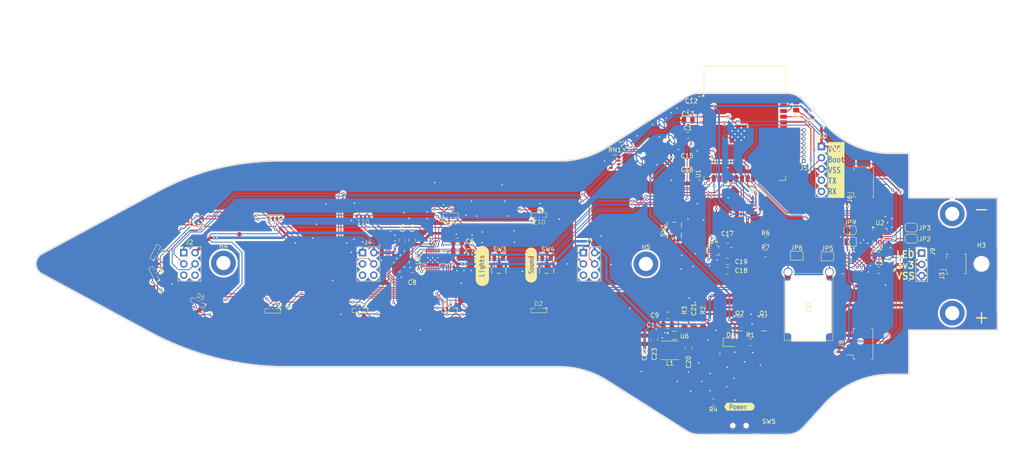
<source format=kicad_pcb>
(kicad_pcb (version 20241229) (generator "pcbnew") (generator_version "9.0")
  (layers (0 "F.Cu" signal) (2 "B.Cu" signal) (13 "F.Paste" user) (15 "B.Paste" user) (5 "F.SilkS" user "F.Silkscreen") (7 "B.SilkS" user "B.Silkscreen") (1 "F.Mask" user) (3 "B.Mask" user) (25 "Edge.Cuts" user))
  (net 0 "")
  (net 1 "VSS")
  (net 2 "Net-(SW1-B)")
  (net 3 "/D-")
  (net 4 "/D+")
  (net 5 "LEDout")
  (net 7 "SCL")
  (net 8 "SDA")
  (net 10 "Net-(J3-Pin_1)")
  (net 11 "Net-(J3-Pin_2)")
  (net 14 "Net-(J5-Pin_3)")
  (net 15 "Net-(J5-Pin_7)")
  (net 16 "Net-(J5-Pin_8)")
  (net 17 "Net-(J5-Pin_1)")
  (net 18 "Net-(J5-Pin_5)")
  (net 19 "Net-(J5-Pin_6)")
  (net 20 "Net-(J5-Pin_4)")
  (net 21 "Net-(J5-Pin_2)")
  (net 24 "RX")
  (net 25 "TX")
  (net 26 "Boot")
  (net 27 "+5V")
  (net 28 "Net-(J11-CC2)")
  (net 30 "Net-(J11-CC1)")
  (net 32 "Net-(JP1-A)")
  (net 37 "BattPos")
  (net 38 "Lights")
  (net 39 "Sound")
  (net 41 "Net-(U3-CBP)")
  (net 43 "SD")
  (net 44 "BitClk")
  (net 46 "Din")
  (net 47 "ACT")
  (net 48 "LRClk")
  (net 57 "C3")
  (net 58 "C2")
  (net 59 "C1")
  (net 60 "Net-(Q1-S)")
  (net 61 "BuckEn")
  (net 62 "R3")
  (net 63 "R5")
  (net 64 "R6")
  (net 65 "R2")
  (net 66 "R11")
  (net 67 "R9")
  (net 68 "R8")
  (net 69 "R12")
  (net 70 "R10")
  (net 71 "R7")
  (net 72 "R1")
  (net 73 "R4")
  (net 74 "LEDen")
  (net 75 "LEDint")
  (net 78 "SCL2")
  (net 79 "SDA2")
  (net 81 "Net-(U1-IO1)")
  (net 82 "3v3")
  (net 83 "vBat")
  (net 84 "Net-(U6-VBST)")
  (net 85 "Net-(U6-SW)")
  (net 86 "Net-(U6-VFB)")
  (net 88 "Net-(J12-Pin_2)")
  (net 89 "Net-(J12-Pin_1)")
  (net 90 "Net-(JP2-A)")
  (net 91 "Net-(JP3-A)")
  (net 92 "Net-(D14-A)")
  (net 93 "Net-(D14-K)")
  (net 94 "Net-(U1-IO13)")
  (footprint "RF_Module:ESP32-S3-WROOM-1" (layer "F.Cu") (at 202 73.94)
    (property "Reference" "U1")
    (property "Value" "ESP32-S3-WROOM-1")
  )
  (footprint "kibuzzard-6850B9A9" (layer "F.Cu") (at 200.775 137.9)
    (property "Reference" "kibuzzard-6850B9A9" (hide yes))
    (property "Value" "G***" (hide yes))
  )
  (footprint "Jumper:SolderJumper-2_P1.3mm_Open_TrianglePad1.0x1.5mm" (layer "F.Cu") (at 213.725 103.85)
    (property "Reference" "JP6")
    (property "Value" "Jumper_2_Small_Open")
  )
  (footprint "Capacitor_SMD:C_0805_2012Metric" (layer "F.Cu") (at 198.1125 105.1)
    (property "Reference" "C19")
    (property "Value" "100nF")
  )
  (footprint "Jumper:SolderJumper-2_P1.3mm_Open_TrianglePad1.0x1.5mm" (layer "F.Cu") (at 220.65 104)
    (property "Reference" "JP5")
    (property "Value" "Jumper_2_Small_Open")
  )
  (footprint "Connector_PinHeader_2.54mm:PinHeader_1x05_P2.54mm_Vertical" (layer "F.Cu") (at 219.3 79.2)
    (property "Reference" "J10")
    (property "Value" "Prog")
  )
  (footprint "Resistor_SMD:R_0805_2012Metric" (layer "F.Cu") (at 213.6 70.1 -90)
    (property "Reference" "R5")
    (property "Value" "150")
  )
  (footprint "Connector_PinHeader_2.54mm:PinHeader_2x03_P2.54mm_Vertical" (layer "F.Cu") (at 165.6 103.161482)
    (property "Reference" "J7")
    (property "Value" "Conn_02x03_Odd_Even")
  )
  (footprint "UE_USB:USB_C_Receptical-Jing" (layer "F.Cu") (at 181.856299 79.856299 -147.5)
    (property "Reference" "J11")
    (property "Value" "USB_C_Plug_USB2.0")
  )
  (footprint "Capacitor_SMD:C_0805_2012Metric" (layer "F.Cu") (at 127 108.4)
    (property "Reference" "C8")
    (property "Value" "1uF")
  )
  (footprint "UE_LED:FM-3510RGBA-SG_RGB" (layer "F.Cu") (at 135.75 94.65 180)
    (property "Reference" "D12")
    (property "Value" "APFA3010")
  )
  (footprint "Diode_SMD:D_0805_2012Metric" (layer "F.Cu") (at 198.8 123.35)
    (property "Reference" "D1")
    (property "Value" "D_Schottky")
  )
  (footprint "UE_Buttons:TS3315A" (layer "F.Cu") (at 157.303331 106.008449 90)
    (property "Reference" "SW4")
    (property "Value" "Sound")
  )
  (footprint "UE_Misc:CMS-151103-088SP_speaker" (layer "F.Cu") (at 215.9 115.4 -90)
    (property "Reference" "J12")
    (property "Value" "Speaker")
    (fp_poly (pts (xy -6.905053 -4.2) (xy -6.262563 -4.2) (xy -5.981282 -4.478988) (xy -5.7 -4.757976) (xy -5.7 -5.5) (xy 5.7 -5.5) (xy 5.7 -4.75) (xy 6.254998 -4.200001) (xy 7.594947 -4.2) (xy 7.594947 3.2) (xy 6.260456 3.2) (xy 5.7 3.75) (xy 5.7 4.6) (xy -5.7 4.6) (xy -5.7 3.750464) (xy -6.251024 3.2) (xy -6.905053 3.2)) (stroke (width 0.05)) (fill no) (layer "Edge.Cuts"))
  )
  (footprint "kibuzzard-684F57A2" (layer "F.Cu") (at 153.8 105.95 90)
    (property "Reference" "kibuzzard-684F57A2" (hide yes))
    (property "Value" "G***" (hide yes))
  )
  (footprint "MountingHole:MountingHole_3.2mm_M3_DIN965_Pad" (layer "F.Cu") (at 248.8 94.4)
    (property "Reference" "H1" (hide yes))
    (property "Value" "MountingHole")
  )
  (footprint "Capacitor_SMD:C_0805_2012Metric" (layer "F.Cu") (at 190.5 119.1 -90)
    (property "Reference" "C21")
    (property "Value" "47pF")
  )
  (footprint "MountingHole:MountingHole_3.2mm_M3" (layer "F.Cu") (at 255.4 105.686482)
    (property "Reference" "H3")
    (property "Value" "MountingHole")
  )
  (footprint "UE_LED:FM-3510RGBA-SG_RGB" (layer "F.Cu") (at 135.306666 116.25)
    (property "Reference" "D3")
    (property "Value" "APFA3010")
  )
  (footprint "Capacitor_SMD:C_0805_2012Metric" (layer "F.Cu") (at 179.4 122.8 90)
    (property "Reference" "C22")
    (property "Value" "22uF")
  )
  (footprint "UE_Misc:TQFN-16-1EP_3x3mm_P0.5mm_EP1.23x1.23mm" (layer "F.Cu") (at 232.49 99.26)
    (property "Reference" "U2")
    (property "Value" "MAX98357A")
  )
  (footprint "Capacitor_SMD:C_0805_2012Metric" (layer "F.Cu") (at 126.97 100.33 90)
    (property "Reference" "C4")
    (property "Value" "100nF")
  )
  (footprint "Resistor_SMD:R_Array_Convex_4x0603" (layer "F.Cu") (at 172.7 82.8)
    (property "Reference" "RN1")
    (property "Value" "5.1k" (hide yes))
  )
  (footprint "Package_TO_SOT_SMD:SOT-23" (layer "F.Cu") (at 200.8375 119.25)
    (property "Reference" "Q2")
    (property "Value" "PMOS")
  )
  (footprint "UE_LED:FM-3510RGBA-SG_RGB" (layer "F.Cu") (at 96 95 180)
    (property "Reference" "D8")
    (property "Value" "APFA3010")
  )
  (footprint "Connector_Molex:Molex_PicoBlade_53261-0471_1x04-1MP_P1.25mm_Horizontal" (layer "F.Cu") (at 228.325 87.15 90)
    (property "Reference" "J6")
    (property "Value" "Conn_01x04")
  )
  (footprint "Resistor_SMD:R_0805_2012Metric" (layer "F.Cu") (at 203.25 123.4)
    (property "Reference" "R1")
    (property "Value" "100k")
  )
  (footprint "Capacitor_SMD:C_0805_2012Metric" (layer "F.Cu") (at 137.2 102.75)
    (property "Reference" "C7")
    (property "Value" "100nF")
  )
  (footprint "Resistor_SMD:R_0805_2012Metric" (layer "F.Cu") (at 194.9 136.9 180)
    (property "Reference" "R4")
    (property "Value" "100k")
  )
  (footprint "Resistor_SMD:R_0805_2012Metric" (layer "F.Cu") (at 206.6875 103.35)
    (property "Reference" "R7")
    (property "Value" "22k")
  )
  (footprint "Capacitor_SMD:C_0805_2012Metric" (layer "F.Cu") (at 181.6 122.8 90)
    (property "Reference" "C23")
    (property "Value" "22uF")
  )
  (footprint "UE_Battery:1016_2AA" (layer "F.Cu") (at 255.4 105.686482 90)
    (property "Reference" "J1")
    (property "Value" "AA Batteries")
  )
  (footprint "Connector_PinHeader_1.00mm:PinHeader_1x08_P1.00mm_Vertical" (layer "F.Cu") (at 215.3 82.5 180)
    (property "Reference" "J5")
    (property "Value" "Conn_01x08")
  )
  (footprint "Connector_Molex:Molex_PicoBlade_53261-0271_1x02-1MP_P1.25mm_Horizontal" (layer "F.Cu") (at 249.2 105.7 90)
    (property "Reference" "J3")
    (property "Value" "Speaker")
  )
  (footprint "Resistor_SMD:R_Array_Convex_4x0603" (layer "F.Cu") (at 204.65 92.125)
    (property "Reference" "RN4")
    (property "Value" "5.1k")
  )
  (footprint "Capacitor_SMD:C_0805_2012Metric" (layer "F.Cu") (at 189 83)
    (property "Reference" "C15")
    (property "Value" "20pF")
  )
  (footprint "UE_LED:FM-3510RGBA-SG_RGB" (layer "F.Cu") (at 69 103 -117)
    (property "Reference" "D10")
    (property "Value" "APFA3010")
  )
  (footprint "Capacitor_SMD:C_0805_2012Metric" (layer "F.Cu") (at 184.6 119.5 180)
    (property "Reference" "C14")
    (property "Value" "10uF")
  )
  (footprint "Fiducial:Fiducial_1mm_Mask2mm" (layer "F.Cu") (at 235 127)
    (property "Reference" "REF**" (hide yes))
    (property "Value" "Fiducial_1mm_Mask2mm")
  )
  (footprint "UE_LED:FM-3510RGBA-SG_RGB" (layer "F.Cu") (at 115.133333 116.25)
    (property "Reference" "D4")
    (property "Value" "APFA3010")
  )
  (footprint "kibuzzard-684F5906" (layer "F.Cu") (at 222.65 84.5)
    (property "Reference" "kibuzzard-684F5906" (hide yes))
    (property "Value" "G***" (hide yes))
  )
  (footprint "Capacitor_SMD:C_0805_2012Metric" (layer "F.Cu") (at 189.25 73.3)
    (property "Reference" "C13")
    (property "Value" "100nF")
  )
  (footprint "Connector_Molex:Molex_PicoBlade_53261-0471_1x04-1MP_P1.25mm_Horizontal" (layer "F.Cu") (at 228.2 123.7 90)
    (property "Reference" "J8")
    (property "Value" "Conn_01x04")
  )
  (footprint "Package_LGA:LGA-12_2x2mm_P0.5mm" (layer "F.Cu") (at 195.05 102.7)
    (property "Reference" "U4")
    (property "Value" "LIS2HH12")
  )
  (footprint "UE_LED:FM-3510RGBA-SG_RGB" (layer "F.Cu") (at 78.540552 114.50714 -28)
    (property "Reference" "D5")
    (property "Value" "APFA3010")
  )
  (footprint "Connector_PinHeader_2.54mm:PinHeader_2x03_P2.54mm_Vertical" (layer "F.Cu") (at 75.46 103.161482)
    (property "Reference" "J2")
    (property "Value" "Conn_02x03_Odd_Even")
  )
  (footprint "Connector_PinHeader_2.54mm:PinHeader_2x03_P2.54mm_Vertical" (layer "F.Cu") (at 115.78 103.161482)
    (property "Reference" "J4")
    (property "Value" "Conn_02x03_Odd_Even")
  )
  (footprint "Capacitor_SMD:C_0805_2012Metric" (layer "F.Cu") (at 198.1125 100.35)
    (property "Reference" "C17")
    (property "Value" "100nF")
  )
  (footprint "Jumper:SolderJumper-2_P1.3mm_Open_TrianglePad1.0x1.5mm" (layer "F.Cu") (at 225.75 100.7 180)
    (property "Reference" "JP1")
    (property "Value" "Jumper Open" (hide yes))
  )
  (footprint "Jumper:SolderJumper-2_P1.3mm_Bridged_RoundedPad1.0x1.5mm" (layer "F.Cu") (at 225.75 98.1)
    (property "Reference" "JP4")
    (property "Value" "Jumper Bridged")
  )
  (footprint "Capacitor_SMD:C_0805_2012Metric" (layer "F.Cu") (at 232.25 107.1)
    (property "Reference" "C3")
    (property "Value" "100nF")
  )
  (footprint "UE_LED:FM-3510RGBA-SG_RGB" (layer "F.Cu") (at 155.48 116.25)
    (property "Reference" "D2")
    (property "Value" "APFA3010" (hide yes))
  )
  (footprint "MountingHole:MountingHole_3.2mm_M3_DIN965_Pad" (layer "F.Cu") (at 248.8 116.8)
    (property "Reference" "H2" (hide yes))
    (property "Value" "MountingHole")
  )
  (footprint "UE_LED:MHS171CRCT_side_led" (layer "F.Cu") (at 216.504289 71.833579 -45)
    (property "Reference" "D14")
    (property "Value" "RED")
  )
  (footprint "UE_Buttons:TS3315A" (layer "F.Cu") (at 186.1 98.1 90)
    (property "Reference" "SW1")
    (property "Value" "SW_SPST")
  )
  (footprint "kibuzzard-684F57B2" (layer "F.Cu") (at 142.8 106.15 90)
    (property "Reference" "kibuzzard-684F57B2" (hide yes))
    (property "Value" "G***" (hide yes))
  )
  (footprint "UE_LED:FM-3510RGBA-SG_RGB" (layer "F.Cu") (at 95.48 116.35)
    (property "Reference" "D7")
    (property "Value" "APFA3010")
  )
  (footprint "MountingHole:MountingHole_3.2mm_M3_DIN965_Pad" (layer "F.Cu") (at 84.4 105.5)
    (property "Reference" "H4")
    (property "Value" "MountingHole")
  )
  (footprint "Resistor_SMD:R_0805_2012Metric" (layer "F.Cu") (at 206.6875 100.4)
    (property "Reference" "R6")
    (property "Value" "22k")
  )
  (footprint "Capacitor_SMD:C_0805_2012Metric" (layer "F.Cu") (at 189.15 76.7)
    (property "Reference" "C1")
    (property "Value" "100nF")
  )
  (footprint "Resistor_SMD:R_0805_2012Metric" (layer "F.Cu") (at 192.6 119.1 -90)
    (property "Reference" "R2")
    (property "Value" "100k")
  )
  (footprint "Capacitor_SMD:C_0805_2012Metric" (layer "F.Cu") (at 189.3 124.7 -90)
    (property "Reference" "C20")
    (property "Value" "100nF")
  )
  (footprint "Jumper:SolderJumper-2_P1.3mm_Bridged_RoundedPad1.0x1.5mm" (layer "F.Cu") (at 239.55 97.5)
    (property "Reference" "JP3")
    (property "Value" "Jumper Bridged")
  )
  (footprint "MountingHole:MountingHole_3.2mm_M3_DIN965_Pad" (layer "F.Cu") (at 179.7 105.7)
    (property "Reference" "H5")
    (property "Value" "MountingHole")
  )
  (footprint "UE_Buttons:TS3315A" (layer "F.Cu") (at 146.503331 106.008449 90)
    (property "Reference" "SW3")
    (property "Value" "Lights")
  )
  (footprint "Package_TO_SOT_SMD:SOT-563" (layer "F.Cu") (at 186.1625 121.8)
    (property "Reference" "U6")
    (property "Value" "TPS562243")
  )
  (footprint "UE_Buttons:SK-3296S_switch" (layer "F.Cu") (at 200.805 142.175 180)
    (property "Reference" "SW5")
    (property "Value" "SW_SPDT")
  )
  (footprint "Capacitor_SMD:C_0805_2012Metric" (layer "F.Cu") (at 184.6 117.3 180)
    (property "Reference" "C9")
    (property "Value" "10uF")
  )
  (footprint "UE_LED:FM-3510RGBA-SG_RGB" (layer "F.Cu") (at 78.424275 95.875742 -152)
    (property "Reference" "D9")
    (property "Value" "APFA3010")
  )
  (footprint "Capacitor_SMD:C_0805_2012Metric" (layer "F.Cu") (at 232.25 103.8)
    (property "Reference" "C2")
    (property "Value" "10uF")
  )
  (footprint "Package_DFN_QFN:QFN-32-1EP_4x4mm_P0.4mm_EP2.9x2.9mm" (layer "F.Cu") (at 131.6 104.9 90)
    (property "Reference" "U3")
    (property "Value" "AW20072QNR")
  )
  (footprint "Capacitor_SMD:C_0805_2012Metric" (layer "F.Cu") (at 189 86.1)
    (property "Reference" "C16")
    (property "Value" "20pF")
  )
  (footprint "Jumper:SolderJumper-2_P1.3mm_Bridged_RoundedPad1.0x1.5mm" (layer "F.Cu") (at 239.55 100)
    (property "Reference" "JP2")
    (property "Value" "Jumper Bridged")
  )
  (footprint "Capacitor_SMD:C_0805_2012Metric" (layer "F.Cu") (at 124.72 100.33 90)
    (property "Reference" "C5")
    (property "Value" "1uF")
  )
  (footprint "Inductor_SMD:L_Vishay_IFSC-1515AH_4x4x1.8mm" (layer "F.Cu") (at 185.1 125.2 180)
    (property "Reference" "L1")
    (property "Value" "2.2uH")
  )
  (footprint "Resistor_SMD:R_0805_2012Metric" (layer "F.Cu") (at 188.4 119.1 -90)
    (property "Reference" "R3")
    (property "Value" "22k")
  )
  (footprint "UE_LED:FM-3510RGBA-SG_RGB" (layer "F.Cu") (at 115.9 94.65 180)
    (property "Reference" "D11")
    (property "Value" "APFA3010")
  )
  (footprint "Capacitor_SMD:C_0805_2012Metric" (layer "F.Cu") (at 198.1125 107.25)
    (property "Reference" "C18")
    (property "Value" "1uF")
  )
  (footprint "Package_TO_SOT_SMD:SOT-23" (layer "F.Cu") (at 206.3 119.2375)
    (property "Reference" "Q1")
    (property "Value" "PMOS")
  )
  (footprint "Connector_PinHeader_2.54mm:PinHeader_1x03_P2.54mm_Vertical" (layer "F.Cu") (at 241.9 103.26)
    (property "Reference" "J9")
    (property "Value" "Conn_01x03")
  )
  (footprint "Fiducial:Fiducial_1mm_Mask2mm" (layer "F.Cu") (at 88 99)
    (property "Reference" "REF**" (hide yes))
    (property "Value" "Fiducial_1mm_Mask2mm")
  )
  (footprint "Capacitor_SMD:C_0805_2012Metric" (layer "F.Cu") (at 137.2 100.6)
    (property "Reference" "C6")
    (property "Value" "10uF")
  )
  (footprint "UE_LED:FM-3510RGBA-SG_RGB" (layer "F.Cu") (at 68.676682 108 -63)
    (property "Reference" "D6")
    (property "Value" "APFA3010")
  )
  (footprint "UE_LED:FM-3510RGBA-SG_RGB" (layer "F.Cu") (at 155.6 94.65 180)
    (property "Reference" "D13")
    (property "Value" "APFA3010")
  )
  (footprint "Capacitor_SMD:C_0805_2012Metric" (layer "F.Cu") (at 189.25 70.29)
    (property "Reference" "C12")
    (property "Value" "22uF")
  )
  (gr_poly (pts (xy 42.041712 105.503865) (xy 42.060242 105.323556) (xy 42.09075 105.146145) (xy 42.132924 104.972152) (xy 42.186452 104.802102) (xy 42.251022 104.636516) (xy 42.326322 104.475917) (xy 42.41204 104.320829) (xy 42.507864 104.171773) (xy 42.613483 104.029271) (xy 42.728584 103.893847) (xy 42.852855 103.766024) (xy 42.985985 103.646323) (xy 43.127661 103.535267) (xy 43.277572 103.433379) (xy 43.435405 103.341181) (xy 69.635371 89.21691) (xy 71.202872 88.402996) (xy 72.792157 87.639358) (xy 74.402004 86.926303) (xy 76.031192 86.264141) (xy 77.678499 85.653178) (xy 79.342705 85.093724) (xy 81.022586 84.586087) (xy 82.716922 84.130575) (xy 84.424491 83.727496) (xy 86.144073 83.377159) (xy 87.874444 83.079872) (xy 89.614384 82.835944) (xy 91.362672 82.645682) (xy 93.118086 82.509394) (xy 94.879403 82.42739) (xy 96.645404 82.399977) (xy 160.2 82.4) (xy 160.909204 82.387424) (xy 161.61595 82.349821) (xy 162.319606 82.287374) (xy 163.01954 82.200267) (xy 163.715119 82.088681) (xy 164.405711 81.952802) (xy 165.090683 81.792812) (xy 165.769404 81.608894) (xy 166.441239 81.401233) (xy 167.105558 81.170011) (xy 167.761728 80.915411) (xy 168.409116 80.637617) (xy 169.04709 80.336813) (xy 169.675018 80.013182) (xy 170.292266 79.666906) (xy 170.898204 79.29817) (xy 188.889598 67.907874) (xy 189.041079 67.815688) (xy 189.195389 67.729118) (xy 189.352368 67.648209) (xy 189.511858 67.573006) (xy 189.673702 67.503556) (xy 189.837742 67.439904) (xy 190.003819 67.382097) (xy 190.171775 67.33018) (xy 190.341452 67.284198) (xy 190.512693 67.244198) (xy 190.685339 67.210226) (xy 190.859232 67.182327) (xy 191.034214 67.160548) (xy 191.210127 67.144934) (xy 191.386812 67.13553) (xy 191.564113 67.132384) (xy 211.564143 67.132414) (xy 211.827865 67.139365) (xy 212.089561 67.160074) (xy 212.348744 67.194324) (xy 212.604928 67.241902) (xy 212.857628 67.302591) (xy 213.106357 67.376177) (xy 213.350628 67.462443) (xy 213.589957 67.561174) (xy 213.823857 67.672155) (xy 214.051842 67.79517) (xy 214.273425 67.930004) (xy 214.48812 68.076441) (xy 214.695442 68.234267) (xy 214.894905 68.403265) (xy 215.086021 68.58322) (xy 215.268306 68.773917) (xy 220.115886 74.120436) (xy 220.84503 74.883229) (xy 221.6095 75.603054) (xy 222.407352 76.27905) (xy 223.236642 76.910356) (xy 224.095423 77.496109) (xy 224.981754 78.035448) (xy 225.893687 78.527511) (xy 226.82928 78.971437) (xy 227.786587 79.366363) (xy 228.763664 79.711428) (xy 229.758566 80.00577) (xy 230.76935 80.248527) (xy 231.794069 80.438838) (xy 232.83078 80.575841) (xy 233.877538 80.658675) (xy 234.932399 80.686476) (xy 239.085231 80.686476) (xy 239.085231 90.68648) (xy 259.085231 90.68648) (xy 259.085231 120.68648) (xy 239.085231 120.68648) (xy 239.085231 130.68648) (xy 234.932399 130.68648) (xy 233.877533 130.714283) (xy 232.83077 130.797117) (xy 231.794055 130.934121) (xy 230.769332 131.124432) (xy 229.758546 131.367189) (xy 228.763641 131.661531) (xy 227.786562 132.006595) (xy 226.829253 132.401521) (xy 225.893659 132.845445) (xy 224.981725 133.337507) (xy 224.095394 133.876845) (xy 223.236611 134.462596) (xy 222.407322 135.0939) (xy 221.60947 135.769895) (xy 220.844999 136.489718) (xy 220.115855 137.252508) (xy 215.268275 142.599032) (xy 215.085991 142.789732) (xy 214.894874 142.969691) (xy 214.695412 143.138692) (xy 214.48809 143.296521) (xy 214.273395 143.442961) (xy 214.051812 143.577798) (xy 213.823829 143.700817) (xy 213.589931 143.8118) (xy 213.350603 143.910534) (xy 213.106334 143.996803) (xy 212.857607 144.070391) (xy 212.60491 144.131083) (xy 212.34873 144.178663) (xy 212.089551 144.212916) (xy 211.82786 144.233627) (xy 211.564143 144.24058) (xy 191.564143 144.240542) (xy 191.386848 144.237398) (xy 191.210167 144.227998) (xy 191.034257 144.212386) (xy 190.859278 144.19061) (xy 190.685386 144.162713) (xy 190.512741 144.128744) (xy 190.341501 144.088747) (xy 190.171823 144.042768) (xy 190.003865 143.990853) (xy 189.837787 143.933048) (xy 189.673746 143.869398) (xy 189.511899 143.79995) (xy 189.352406 143.72475) (xy 189.195425 143.643842) (xy 189.041113 143.557274) (xy 188.889629 143.46509) (xy 170.898204 132.074778) (xy 170.292264 131.706044) (xy 169.675013 131.359771) (xy 169.047085 131.036141) (xy 168.40911 130.735339) (xy 167.761722 130.457548) (xy 167.105552 130.20295) (xy 166.441234 129.97173) (xy 165.769399 129.76407) (xy 165.09068 129.580155) (xy 164.405709 129.420166) (xy 163.715119 129.284289) (xy 163.019541 129.172705) (xy 162.319609 129.085599) (xy 161.615954 129.023154) (xy 160.90921 128.985553) (xy 160.200007 128.972979) (xy 98.691875 128.97296) (xy 96.67434 128.941658) (xy 94.662153 128.847988) (xy 92.656708 128.692301) (xy 90.6594 128.47495) (xy 88.671627 128.196287) (xy 86.694783 127.856665) (xy 84.730264 127.456434) (xy 82.779466 126.995949) (xy 80.843785 126.47556) (xy 78.924616 125.895621) (xy 77.023356 125.256482) (xy 75.141399 124.558497) (xy 73.280143 123.802018) (xy 71.440982 122.987397) (xy 69.625312 122.114986) (xy 67.834529 121.185137) (xy 43.435634 108.031782) (xy 43.355742 107.986935) (xy 43.277791 107.9396) (xy 43.201821 107.889842) (xy 43.12787 107.837727) (xy 43.055978 107.783319) (xy 42.986183 107.726685) (xy 42.918525 107.667889) (xy 42.853042 107.606996) (xy 42.789773 107.544073) (xy 42.728758 107.479184) (xy 42.670035 107.412396) (xy 42.613643 107.343772) (xy 42.559622 107.273378) (xy 42.50801 107.20128) (xy 42.458847 107.127544) (xy 42.412171 107.052233) (xy 42.368022 106.975414) (xy 42.326438 106.897152) (xy 42.287459 106.817513) (xy 42.251122 106.736561) (xy 42.217469 106.654362) (xy 42.186536 106.570982) (xy 42.158364 106.486484) (xy 42.132992 106.400936) (xy 42.110458 106.314402) (xy 42.090801 106.226948) (xy 42.074061 106.138638) (xy 42.060277 106.049538) (xy 42.049486 105.959715) (xy 42.04173 105.869231) (xy 42.037045 105.778154) (xy 42.035472 105.686549)) (stroke (width 0.15) (color 33 37 41 1)) (fill no) (layer "Edge.Cuts"))
  (gr_text "-" (at 253.35 95 0) (layer "F.SilkS") (effects (font (size 3 3) (thickness 0.3) (bold yes)) (justify left bottom)))
  (gr_text "LED\n3v3\nVSS" (at 236 109.3 0) (layer "F.SilkS") (effects (font (size 1.5 1.5) (thickness 0.3) (bold yes)) (justify left bottom)))
  (gr_text "+" (at 253.35 119.4 0) (layer "F.SilkS") (effects (font (size 3 3) (thickness 0.3) (bold yes)) (justify left bottom)))
  (segment (start 234.89 99.01) (end 235.5 98.4) (width 0.2) (layer "F.Cu") (net 1))
  (segment (start 183.8 119.65) (end 183.8 119.4) (width 0.2) (layer "F.Cu") (net 1))
  (segment (start 255.4 98.436482) (end 251.063518 98.436482) (width 0.6) (layer "F.Cu") (net 1))
  (segment (start 195.975 102.95) (end 196.6625 102.95) (width 0.25) (layer "F.Cu") (net 1))
  (segment (start 255.4 98.436482) (end 255.4 102.9) (width 0.6) (layer "F.Cu") (net 1))
  (segment (start 232.24 99.01) (end 232.49 99.26) (width 0.2) (layer "F.Cu") (net 1))
  (segment (start 170.65 82.4) (end 170.6 82.45) (width 0.2) (layer "F.Cu") (net 1))
  (segment (start 170.55 82.5) (end 170.4 82.5) (width 0.2) (layer "F.Cu") (net 1))
  (segment (start 232.54 99.25) (end 232.29 99) (width 0.2) (layer "F.Cu") (net 1))
  (segment (start 196.6625 102.95) (end 197.1625 103.45) (width 0.25) (layer "F.Cu") (net 1))
  (segment (start 126.95 99.65) (end 126.65 99.35) (width 0.2) (layer "F.Cu") (net 1))
  (segment (start 194.8 103.625) (end 194.8 102.97) (width 0.2) (layer "F.Cu") (net 1))
  (segment (start 232.24 97.71) (end 232.24 99.01) (width 0.2) (layer "F.Cu") (net 1))
  (segment (start 229.8 99.95) (end 230.25 99.5) (width 0.2) (layer "F.Cu") (net 1))
  (segment (start 194.8 102.97) (end 194.78 102.95) (width 0.2) (layer "F.Cu") (net 1))
  (segment (start 129.6 104.7) (end 131.4 104.7) (width 0.2) (layer "F.Cu") (net 1))
  (segment (start 185.45 122.3) (end 184.1 122.3) (width 0.25) (layer "F.Cu") (net 1))
  (segment (start 129.6 103.5) (end 130.2 103.5) (width 0.2) (layer "F.Cu") (net 1))
  (segment (start 179.638979 82.09887) (end 178.291411 82.09887) (width 0.2) (layer "F.Cu") (net 1))
  (segment (start 232.74 99.01) (end 232.49 99.26) (width 0.2) (layer "F.Cu") (net 1))
  (segment (start 255.4 98.436482) (end 255.363518 98.436482) (width 0.2) (layer "F.Cu") (net 1))
  (segment (start 232.29 99.5) (end 232.54 99.25) (width 0.2) (layer "F.Cu") (net 1))
  (segment (start 230.25 99.5) (end 232.29 99.5) (width 0.2) (layer "F.Cu") (net 1))
  (segment (start 184.1 122.3) (end 183.65 121.85) (width 0.25) (layer "F.Cu") (net 1))
  (segment (start 171.8 82.4) (end 170.65 82.4) (width 0.2) (layer "F.Cu") (net 1))
  (segment (start 184.825837 78.209078) (end 185.49975 77.535165) (width 0.2) (layer "F.Cu") (net 1))
  (segment (start 178.291411 82.09887) (end 178.212848 82.177433) (width 0.2) (layer "F.Cu") (net 1))
  (segment (start 195.1375 103.625) (end 194.8 103.625) (width 0.2) (layer "F.Cu") (net 1))
  (segment (start 232.54 99.25) (end 232.79 99) (width 0.2) (layer "F.Cu") (net 1))
  (segment (start 183.65 121.85) (end 181.6 121.85) (width 0.25) (layer "F.Cu") (net 1))
  (segment (start 197.1625 103.45) (end 197.1625 105.1) (width 0.25) (layer "F.Cu") (net 1))
  (segment (start 130.2 102.9) (end 130.2 103.5) (width 0.2) (layer "F.Cu") (net 1))
  (segment (start 170.6 82.45) (end 170.55 82.5) (width 0.2) (layer "F.Cu") (net 1))
  (segment (start 234.04 99.01) (end 234.89 99.01) (width 0.2) (layer "F.Cu") (net 1))
  (segment (start 194.78 102.95) (end 194.125 102.95) (width 0.2) (layer "F.Cu") (net 1))
  (segment (start 234.04 99.01) (end 232.74 99.01) (width 0.2) (layer "F.Cu") (net 1))
  (segment (start 255.363518 98.436482) (end 254.4 99.4) (width 0.2) (layer "F.Cu") (net 1))
  (segment (start 184.825837 78.794477) (end 184.825837 78.209078) (width 0.2) (layer "F.Cu") (net 1))
  (segment (start 131.4 104.7) (end 131.6 104.9) (width 0.2) (layer "F.Cu") (net 1))
  (segment (start 124.75 98.9) (end 124.75 99.35) (width 0.25) (layer "F.Cu") (net 1))
  (via (at 228.3 107.3) (size 0.6) (drill 0.3) (layers "F.Cu" "B.Cu") (net 1))
  (via (at 190.8 114.4) (size 0.6) (drill 0.3) (layers "F.Cu" "B.Cu") (net 1))
  (via (at 120.05 104.9) (size 0.6) (drill 0.3) (layers "F.Cu" "B.Cu") (net 1))
  (via (at 176.1 115.7) (size 0.6) (drill 0.3) (layers "F.Cu" "B.Cu") (net 1))
  (via (at 177.75 76.8) (size 0.6) (drill 0.3) (layers "F.Cu" "B.Cu") (net 1))
  (via (at 110.9 117.05) (size 0.6) (drill 0.3) (layers "F.Cu" "B.Cu") (net 1))
  (via (at 100.65 100.95) (size 0.6) (drill 0.3) (layers "F.Cu" "B.Cu") (net 1))
  (via (at 199.6 131.5) (size 0.6) (drill 0.3) (layers "F.Cu" "B.Cu") (net 1))
  (via (at 189.8 134.4) (size 0.6) (drill 0.3) (layers "F.Cu" "B.Cu") (net 1))
  (via (at 137.05 107.2) (size 0.6) (drill 0.3) (layers "F.Cu" "B.Cu") (net 1))
  (via (at 233.75 110.45) (size 0.6) (drill 0.3) (layers "F.Cu" "B.Cu") (net 1))
  (via (at 189.3 130.1) (size 0.6) (drill 0.3) (layers "F.Cu" "B.Cu") (net 1))
  (via (at 125.2 102.8) (size 0.6) (drill 0.3) (layers "F.Cu" "B.Cu") (net 1))
  (via (at 184.3 72.8) (size 0.6) (drill 0.3) (layers "F.Cu" "B.Cu") (net 1))
  (via (at 185.4 71.6) (size 0.6) (drill 0.3) (layers "F.Cu" "B.Cu") (net 1))
  (via (at 155.8 92.05) (size 0.6) (drill 0.3) (layers "F.Cu" "B.Cu") (net 1))
  (via (at 112.2 101) (size 0.6) (drill 0.3) (layers "F.Cu" "B.Cu") (net 1))
  (via (at 187.65 106.85) (size 0.6) (drill 0.3) (layers "F.Cu" "B.Cu") (net 1))
  (via (at 140.35 91.55) (size 0.6) (drill 0.3) (layers "F.Cu" "B.Cu") (net 1))
  (via (at 136.9 99.05) (size 0.6) (drill 0.3) (layers "F.Cu" "B.Cu") (net 1))
  (via (at 130.35 94) (size 0.6) (drill 0.3) (layers "F.Cu" "B.Cu") (net 1))
  (via (at 198.7 98.3) (size 0.6) (drill 0.3) (layers "F.Cu" "B.Cu") (net 1))
  (via (at 171.8 105.85) (size 0.6) (drill 0.3) (layers "F.Cu" "B.Cu") (net 1))
  (via (at 191.7 67.9) (size 0.6) (drill 0.3) (layers "F.Cu" "B.Cu") (net 1))
  (via (at 119.65 101.4) (size 0.6) (drill 0.3) (layers "F.Cu" "B.Cu") (net 1))
  (via (at 203.1 121.5) (size 0.6) (drill 0.3) (layers "F.Cu" "B.Cu") (net 1))
  (via (at 138.05 110.05) (size 0.6) (drill 0.3) (layers "F.Cu" "B.Cu") (net 1))
  (via (at 191.3 92.1) (size 0.6) (drill 0.3) (layers "F.Cu" "B.Cu") (net 1))
  (via (at 234.85 102.05) (size 0.6) (drill 0.3) (layers "F.Cu" "B.Cu") (net 1))
  (via (at 224.1 107.9) (size 0.6) (drill 0.3) (layers "F.Cu" "B.Cu") (net 1))
  (via (at 228.8 100.3) (size 0.6) (drill 0.3) (layers "F.Cu" "B.Cu") (net 1))
  (via (at 182.75 77.05) (size 0.6) (drill 0.3) (layers "F.Cu" "B.Cu") (net 1))
  (via (at 123.1 100.5) (size 0.6) (drill 0.3) (layers "F.Cu" "B.Cu") (net 1))
  (via (at 126.5 106.5) (size 0.6) (drill 0.3) (layers "F.Cu" "B.Cu") (net 1))
  (via (at 190.9 103.4) (size 0.6) (drill 0.3) (layers "F.Cu" "B.Cu") (net 1))
  (via (at 132.05 87.35) (size 0.6) (drill 0.3) (layers "F.Cu" "B.Cu") (net 1))
  (via (at 107.5 92.15) (size 0.6) (drill 0.3) (layers "F.Cu" "B.Cu") (net 1))
  (via (at 198.95 102.05) (size 0.6) (drill 0.3) (layers "F.Cu" "B.Cu") (net 1))
  (via (at 125.2 106.4) (size 0.6) (drill 0.3) (layers "F.Cu" "B.Cu") (net 1))
  (via (at 142.85 107.2) (size 0.6) (drill 0.3) (layers "F.Cu" "B.Cu") (net 1))
  (via (at 227 96) (size 0.6) (drill 0.3) (layers "F.Cu" "B.Cu") (net 1))
  (via (at 235.2 95.5) (size 0.6) (drill 0.3) (layers "F.Cu" "B.Cu") (net 1))
  (via (at 138.65 107.2) (size 0.6) (drill 0.3) (layers "F.Cu" "B.Cu") (net 1))
  (via (at 228.1 100.9) (size 0.6) (drill 0.3) (layers "F.Cu" "B.Cu") (net 1))
  (via (at 147.3 87.9) (size 0.6) (drill 0.3) (layers "F.Cu" "B.Cu") (net 1))
  (via (at 104.55 99.9) (size 0.6) (drill 0.3) (layers "F.Cu" "B.Cu") (net 1))
  (via (at 123.5 104.5) (size 0.6) (drill 0.3) (layers "F.Cu" "B.Cu") (net 1))
  (via (at 181.2 74.25) (size 0.6) (drill 0.3) (layers "F.Cu" "B.Cu") (net 1))
  (via (at 170.4 82.5) (size 0.6) (drill 0.3) (layers "F.Cu" "B.Cu") (net 1))
  (via (at 198.201057 83.990209) (size 0.6) (drill 0.3) (layers "F.Cu" "B.Cu") (net 1))
  (via (at 147.9 91.55) (size 0.6) (drill 0.3) (layers "F.Cu" "B.Cu") (net 1))
  (via (at 191.6 128) (size 0.6) (drill 0.3) (layers "F.Cu" "B.Cu") (net 1))
  (via (at 184 121.2) (size 0.6) (drill 0.3) (layers "F.Cu" "B.Cu") (net 1))
  (via (at 162 105.7) (size 0.6) (drill 0.3) (layers "F.Cu" "B.Cu") (net 1))
  (via (at 140.25 107.2) (size 0.6) (drill 0.3) (layers "F.Cu" "B.Cu") (net 1))
  (via (at 113.95 92) (size 0.6) (drill 0.3) (layers "F.Cu" "B.Cu") (net 1))
  (via (at 191.75 86.8) (size 0.6) (drill 0.3) (layers "F.Cu" "B.Cu") (net 1))
  (via (at 134.05 92.35) (size 0.6) (drill 0.3) (layers "F.Cu" "B.Cu") (net 1))
  (via (at 196.4 125.9) (size 0.6) (drill 0.3) (layers "F.Cu" "B.Cu") (net 1))
  (via (at 140.5 99.2) (size 0.6) (drill 0.3) (layers "F.Cu" "B.Cu") (net 1))
  (via (at 183.4 122.4) (size 0.6) (drill 0.3) (layers "F.Cu" "B.Cu") (net 1))
  (via (at 239.1 102.3) (size 0.6) (drill 0.3) (layers "F.Cu" "B.Cu") (net 1))
  (via (at 203.4 117.05) (size 0.6) (drill 0.3) (layers "F.Cu" "B.Cu") (net 1))
  (via (at 191.1 68.8) (size 0.6) (drill 0.3) (layers "F.Cu" "B.Cu") (net 1))
  (via (at 122.1 98.4) (size 0.6) (drill 0.3) (layers "F.Cu" "B.Cu") (net 1))
  (via (at 192.3 132.2) (size 0.6) (drill 0.3) (layers "F.Cu" "B.Cu") (net 1))
  (via (at 186.8 132.2) (size 0.6) (drill 0.3) (layers "F.Cu" "B.Cu") (net 1))
  (via (at 151.85 107.35) (size 0.6) (drill 0.3) (layers "F.Cu" "B.Cu") (net 1))
  (via (at 187.05 79.9) (size 0.6) (drill 0.3) (layers "F.Cu" "B.Cu") (net 1))
  (via (at 126.25 95.45) (size 0.6) (drill 0.3) (layers "F.Cu" "B.Cu") (net 1))
  (via (at 126.3 105.3) (size 0.6) (drill 0.3) (layers "F.Cu" "B.Cu") (net 1))
  (via (at 142.8 98.5) (size 0.6) (drill 0.3) (layers "F.Cu" "B.Cu") (net 1))
  (via (at 234.2 96.4) (size 0.6) (drill 0.3) (layers "F.Cu" "B.Cu") (net 1))
  (via (at 132.15 104.85) (size 0.6) (drill 0.3) (layers "F.Cu" "B.Cu") (net 1))
  (via (at 205.5 128.5) (size 0.6) (drill 0.3) (layers "F.Cu" "B.Cu") (net 1))
  (via (at 239.1 109.4) (size 0.6) (drill 0.3) (layers "F.Cu" "B.Cu") (net 1))
  (via (at 231.5 105.6) (size 0.6) (drill 0.3) (layers "F.Cu" "B.Cu") (net 1))
  (via (at 148.7 94.9) (size 0.6) (drill 0.3) (layers "F.Cu" "B.Cu") (net 1))
  (via (at 189.45 113.4) (size 0.6) (drill 0.3) (layers "F.Cu" "B.Cu") (net 1))
  (via (at 113.2 103.1) (size 0.6) (drill 0.3) (layers "F.Cu" "B.Cu") (net 1))
  (via (at 189.2 95.6) (size 0.6) (drill 0.3) (layers "F.Cu" "B.Cu") (net 1))
  (via (at 203.8 125.7) (size 0.6) (drill 0.3) (layers "F.Cu" "B.Cu") (net 1))
  (via (at 182 120.4) (size 0.6) (drill 0.3) (layers "F.Cu" "B.Cu") (net 1))
  (via (at 131.05 104.85) (size 0.6) (drill 0.3) (layers "F.Cu" "B.Cu") (net 1))
  (via (at 190.1 68.3) (size 0.6) (drill 0.3) (layers "F.Cu" "B.Cu") (net 1))
  (via (at 142.7 100.9) (size 0.6) (drill 0.3) (layers "F.Cu" "B.Cu") (net 1))
  (via (at 141.55 94.9) (size 0.6) (drill 0.3) (layers "F.Cu" "B.Cu") (net 1))
  (via (at 139.6 103.6) (size 0.6) (drill 0.3) (layers "F.Cu" "B.Cu") (net 1))
  (via (at 130.5 105.35) (size 0.6) (drill 0.3) (layers "F.Cu" "B.Cu") (net 1))
  (via (at 229.9 107.5) (size 0.6) (drill 0.3) (layers "F.Cu" "B.Cu") (net 1))
  (via (at 131.6 104.3) (size 0.6) (drill 0.3) (layers "F.Cu" "B.Cu") (net 1))
  (via (at 194.2 130.4) (size 0.6) (drill 0.3) (layers "F.Cu" "B.Cu") (net 1))
  (via (at 132.75 105.35) (size 0.6) (drill 0.3) (layers "F.Cu" "B.Cu") (net 1))
  (via (at 105.4 96.75) (size 0.6) (drill 0.3) (layers "F.Cu" "B.Cu") (net 1))
  (via (at 72.8 110.2) (size 0.6) (drill 0.3) (layers "F.Cu" "B.Cu") (net 1))
  (via (at 124.2 107.5) (size 0.6) (drill 0.3) (layers "F.Cu" "B.Cu") (net 1))
  (via (at 150.05 100.85) (size 0.6) (drill 0.3) (layers "F.Cu" "B.Cu") (net 1))
  (via (at 125.15 94.1) (size 0.6) (drill 0.3) (layers "F.Cu" "B.Cu") (net 1))
  (via (at 169.6 99.35) (size 0.6) (drill 0.3) (layers "F.Cu" "B.Cu") (net 1))
  (via (at 182.2 83.3) (size 0.6) (drill 0.3) (layers "F.Cu" "B.Cu") (net 1))
  (via (at 191.3 80.2) (size 0.6) (drill 0.3) (layers "F.Cu" "B.Cu") (net 1))
  (via (at 202 127.8) (size 0.6) (drill 0.3) (layers "F.Cu" "B.Cu") (net 1))
  (via (at 194.1125 106.1) (size 0.6) (drill 0.3) (layers "F.Cu" "B.Cu") (net 1))
  (via (at 192.7 95.75) (size 0.6) (drill 0.3) (layers "F.Cu" "B.Cu") (net 1))
  (via (at 140.5 103.6) (size 0.6) (drill 0.3) (layers "F.Cu" "B.Cu") (net 1))
  (via (at 194.2 134.3) (size 0.6) (drill 0.3) (layers "F.Cu" "B.Cu") (net 1))
  (via (at 187.8 103.75) (size 0.6) (drill 0.3) (layers "F.Cu" "B.Cu") (net 1))
  (via (at 190.35 106.3) (size 0.6) (drill 0.3) (layers "F.Cu" "B.Cu") (net 1))
  (via (at 109.05 109.4) (size 0.6) (drill 0.3) (layers "F.Cu" "B.Cu") (net 1))
  (via (at 185.45 86.85) (size 0.6) (drill 0.3) (layers "F.Cu" "B.Cu") (net 1))
  (via (at 123.1 99.2) (size 0.6) (drill 0.3) (layers "F.Cu" "B.Cu") (net 1))
  (via (at 233.7 95) (size 0.6) (drill 0.3) (layers "F.Cu" "B.Cu") (net 1))
  (via (at 113.25 95.9) (size 0.6) (drill 0.3) (layers "F.Cu" "B.Cu") (net 1))
  (via (at 198.25 90.75) (size 0.6) (drill 0.3) (layers "F.Cu" "B.Cu") (net 1))
  (via (at 122.8 105.4) (size 0.6) (drill 0.3) (layers "F.Cu" "B.Cu") (net 1))
  (via (at 203.65 119.25) (size 0.6) (drill 0.3) (layers "F.Cu" "B.Cu") (net 1))
  (via (at 160.15 95.6) (size 0.6) (drill 0.3) (layers "F.Cu" "B.Cu") (net 1))
  (via (at 235.2 97.4) (size 0.6) (drill 0.3) (layers "F.Cu" "B.Cu") (net 1))
  (via (at 199.8 136.4) (size 0.6) (drill 0.3) (layers "F.Cu" "B.Cu") (net 1))
  (via (at 230.3 106.1) (size 0.6) (drill 0.3) (layers "F.Cu" "B.Cu") (net 1))
  (via (at 77.646866 116.119148) (size 0.6) (drill 0.3) (layers "F.Cu" "B.Cu") (net 1))
  (via (at 198 129) (size 0.6) (drill 0.3) (layers "F.Cu" "B.Cu") (net 1))
  (via (at 193.775 122.9) (size 0.6) (drill 0.3) (layers "F.Cu" "B.Cu") (net 1))
  (via (at 197.9 133.4) (size 0.6) (drill 0.3) (layers "F.Cu" "B.Cu") (net 1))
  (via (at 124.5 108.7) (size 0.6) (drill 0.3) (layers "F.Cu" "B.Cu") (net 1))
  (via (at 113.8 100.1) (size 0.6) (drill 0.3) (layers "F.Cu" "B.Cu") (net 1))
  (via (at 132.75 104.3) (size 0.6) (drill 0.3) (layers "F.Cu" "B.Cu") (net 1))
  (via (at 139.1 94.7) (size 0.6) (drill 0.3) (layers "F.Cu" "B.Cu") (net 1))
  (via (at 178.65 129.95) (size 0.6) (drill 0.3) (layers "F.Cu" "B.Cu") (net 1))
  (via (at 124.3 103.7) (size 0.6) (drill 0.3) (layers "F.Cu" "B.Cu") (net 1))
  (via (at 229.7 101) (size 0.6) (drill 0.3) (layers "F.Cu" "B.Cu") (net 1))
  (via (at 223.6 99.6) (size 0.6) (drill 0.3) (layers "F.Cu" "B.Cu") (net 1))
  (via (at 130.5 104.3) (size 0.6) (drill 0.3) (layers "F.Cu" "B.Cu") (net 1))
  (via (at 130.35 95.5) (size 0.6) (drill 0.3) (layers "F.Cu" "B.Cu") (net 1))
  (via (at 115.8 100.8) (size 0.6) (drill 0.3) (layers "F.Cu" "B.Cu") (net 1))
  (via (at 195.461581 120.688419) (size 0.6) (drill 0.3) (layers "F.Cu" "B.Cu") (net 1))
  (via (at 199.8 125.6) (size 0.6) (drill 0.3) (layers "F.Cu" "B.Cu") (net 1))
  (via (at 128.85 120.6) (size 0.6) (drill 0.3) (layers "F.Cu" "B.Cu") (net 1))
  (via (at 150 98.2) (size 0.6) (drill 0.3) (layers "F.Cu" "B.Cu") (net 1))
  (via (at 195.75 104.85) (size 0.6) (drill 0.3) (layers "F.Cu" "B.Cu") (net 1))
  (via (at 186.7 70.6) (size 0.6) (drill 0.3) (layers "F.Cu" "B.Cu") (net 1))
  (via (at 131.6 105.35) (size 0.6) (drill 0.3) (layers "F.Cu" "B.Cu") (net 1))
  (segment (start 229.7 101) (end 229.7 101.1) (width 0.2) (layer "B.Cu") (net 1))
  (segment (start 189.9 78.7) (end 189.9 76.9) (width 0.2) (layer "F.Cu") (net 2))
  (segment (start 192.18 71.22) (end 193.25 71.22) (width 0.2) (layer "F.Cu") (net 2))
  (segment (start 187.1 99.85) (end 187.1 96.35) (width 0.2) (layer "F.Cu") (net 2))
  (segment (start 187.1 92.8) (end 189 90.9) (width 0.2) (layer "F.Cu") (net 2))
  (segment (start 191.3 72.1) (end 192.18 71.22) (width 0.2) (layer "F.Cu") (net 2))
  (segment (start 190.1 76.7) (end 191.3 75.5) (width 0.2) (layer "F.Cu") (net 2))
  (segment (start 189.9 76.9) (end 190.1 76.7) (width 0.2) (layer "F.Cu") (net 2))
  (segment (start 187.1 96.35) (end 187.1 92.8) (width 0.2) (layer "F.Cu") (net 2))
  (segment (start 191.3 75.5) (end 191.3 72.1) (width 0.2) (layer "F.Cu") (net 2))
  (via (at 189 90.9) (size 0.6) (drill 0.3) (layers "F.Cu" "B.Cu") (net 2))
  (via (at 189.9 78.7) (size 0.6) (drill 0.3) (layers "F.Cu" "B.Cu") (net 2))
  (segment (start 189 79.6) (end 189.9 78.7) (width 0.2) (layer "B.Cu") (net 2))
  (segment (start 189 90.9) (end 189 79.6) (width 0.2) (layer "B.Cu") (net 2))
  (segment (start 182.075291 80.665337) (end 181.8 80.2) (width 0.2) (layer "F.Cu") (net 3))
  (segment (start 181.546017 79.4) (end 181.6 79.85) (width 0.2) (layer "F.Cu") (net 3))
  (segment (start 191.810799 84.2342) (end 188.1 84.2342) (width 0.4384) (layer "F.Cu") (net 3))
  (segment (start 181.7 79.25) (end 181.55 79.4) (width 0.2) (layer "F.Cu") (net 3))
  (segment (start 182.45 79.35) (end 182.15 79.15) (width 0.2) (layer "F.Cu") (net 3))
  (segment (start 188.05 83) (end 188.05 84.1842) (width 0.2) (layer "F.Cu") (net 3))
  (segment (start 188.05 84.1842) (end 188.1 84.2342) (width 0.2) (layer "F.Cu") (net 3))
  (segment (start 182.15 79.15) (end 181.7 79.25) (width 0.2) (layer "F.Cu") (net 3))
  (segment (start 181.6 79.85) (end 182.075291 80.665337) (width 0.2) (layer "F.Cu") (net 3))
  (segment (start 193.25 83.92) (end 192.124999 83.92) (width 0.4384) (layer "F.Cu") (net 3))
  (segment (start 181.55 79.4) (end 181.546017 79.4) (width 0.2) (layer "F.Cu") (net 3))
  (segment (start 186.693514 84.2342) (end 183.768864 81.30955) (width 0.4384) (layer "F.Cu") (net 3))
  (segment (start 182.918683 80.128038) (end 183.835996 81.54029) (width 0.2) (layer "F.Cu") (net 3))
  (segment (start 182.918683 80.128038) (end 182.45 79.35) (width 0.2) (layer "F.Cu") (net 3))
  (segment (start 188.1 84.2342) (end 186.693514 84.2342) (width 0.4384) (layer "F.Cu") (net 3))
  (segment (start 192.124999 83.92) (end 191.810799 84.2342) (width 0.4384) (layer "F.Cu") (net 3))
  (segment (start 193.25 85.19) (end 192.124999 85.19) (width 0.4384) (layer "F.Cu") (net 4))
  (segment (start 192.124999 85.19) (end 191.810799 84.8758) (width 0.4384) (layer "F.Cu") (net 4))
  (segment (start 188.05 84.9258) (end 188.1 84.8758) (width 0.2) (layer "F.Cu") (net 4))
  (segment (start 183.525977 81.974023) (end 183.315184 81.76323) (width 0.4384) (layer "F.Cu") (net 4))
  (segment (start 188.05 86.1) (end 188.05 84.9258) (width 0.2) (layer "F.Cu") (net 4))
  (segment (start 182.324023 81.974023) (end 183.525977 81.974023) (width 0.2) (layer "F.Cu") (net 4))
  (segment (start 188.1 84.8758) (end 187.7 84.8758) (width 0.4384) (layer "F.Cu") (net 4))
  (segment (start 186.427754 84.8758) (end 183.525977 81.974023) (width 0.4384) (layer "F.Cu") (net 4))
  (segment (start 187.7 84.8758) (end 186.427754 84.8758) (width 0.4384) (layer "F.Cu") (net 4))
  (segment (start 191.810799 84.8758) (end 188.1 84.8758) (width 0.4384) (layer "F.Cu") (net 4))
  (segment (start 181.653593 80.933988) (end 182.324023 81.974023) (width 0.2) (layer "F.Cu") (net 4))
  (segment (start 182.496986 80.396688) (end 183 81.3) (width 0.2) (layer "F.Cu") (net 4))
  (segment (start 183 81.3) (end 183.315184 81.76323) (width 0.2) (layer "F.Cu") (net 4))
  (segment (start 225.896927 105.196927) (end 215.8 95.1) (width 0.2) (layer "F.Cu") (net 5))
  (segment (start 239.5 104.25) (end 240.49 103.26) (width 0.2) (layer "F.Cu") (net 5))
  (segment (start 201.7 82.65) (end 202.75 83.7) (width 0.2) (layer "F.Cu") (net 5))
  (segment (start 235.1 104.25) (end 239.4 104.25) (width 0.2) (layer "F.Cu") (net 5))
  (segment (start 193.25 82.65) (end 201.7 82.65) (width 0.2) (layer "F.Cu") (net 5))
  (segment (start 239.4 104.25) (end 239.5 104.25) (width 0.2) (layer "F.Cu") (net 5))
  (segment (start 240.49 103.26) (end 241.9 103.26) (width 0.2) (layer "F.Cu") (net 5))
  (segment (start 226.996927 105.196927) (end 225.896927 105.196927) (width 0.2) (layer "F.Cu") (net 5))
  (segment (start 234.7 104.65) (end 235.1 104.25) (width 0.2) (layer "F.Cu") (net 5))
  (segment (start 228.3 106.5) (end 226.996927 105.196927) (width 0.2) (layer "F.Cu") (net 5))
  (via (at 215.8 95.1) (size 0.6) (drill 0.3) (layers "F.Cu" "B.Cu") (net 5))
  (via (at 234.7 104.65) (size 0.6) (drill 0.3) (layers "F.Cu" "B.Cu") (net 5))
  (via (at 202.75 83.7) (size 0.6) (drill 0.3) (layers "F.Cu" "B.Cu") (net 5))
  (via (at 228.3 106.5) (size 0.6) (drill 0.3) (layers "F.Cu" "B.Cu") (net 5))
  (segment (start 212.065685 95.1) (end 215.8 95.1) (width 0.2) (layer "B.Cu") (net 5))
  (segment (start 202.75 83.7) (end 202.75 85.784315) (width 0.2) (layer "B.Cu") (net 5))
  (segment (start 202.75 85.784315) (end 210.25 93.284315) (width 0.2) (layer "B.Cu") (net 5))
  (segment (start 228.3 106.5) (end 230.15 104.65) (width 0.2) (layer "B.Cu") (net 5))
  (segment (start 210.25 93.284315) (end 212.065685 95.1) (width 0.2) (layer "B.Cu") (net 5))
  (segment (start 230.15 104.65) (end 234.7 104.65) (width 0.2) (layer "B.Cu") (net 5))
  (segment (start 196.875 89.825) (end 196.5 90.2) (width 0.2) (layer "F.Cu") (net 7))
  (segment (start 184.3 92.3) (end 176.65 92.3) (width 0.2) (layer "F.Cu") (net 7))
  (segment (start 196.5 90.2) (end 194.4 90.2) (width 0.2) (layer "F.Cu") (net 7))
  (segment (start 203.625 90.925) (end 202.95 90.25) (width 0.2) (layer "F.Cu") (net 7))
  (segment (start 194.725 99.875) (end 194.2875 100.3125) (width 0.2) (layer "F.Cu") (net 7))
  (segment (start 198.825 87.875) (end 198.825 87.425) (width 0.2) (layer "F.Cu") (net 7))
  (segment (start 194.2875 100.3125) (end 194.2875 101.775) (width 0.2) (layer "F.Cu") (net 7))
  (segment (start 196.875 89.825) (end 198.825 87.875) (width 0.2) (layer "F.Cu") (net 7))
  (segment (start 127.9 104.3) (end 129.6 104.3) (width 0.2) (layer "F.Cu") (net 7))
  (segment (start 186.4 90.2) (end 184.3 92.3) (width 0.2) (layer "F.Cu") (net 7))
  (segment (start 203.75 90.925) (end 203.625 90.925) (width 0.2) (layer "F.Cu") (net 7))
  (segment (start 194.4 90.2) (end 186.4 90.2) (width 0.2) (layer "F.Cu") (net 7))
  (segment (start 198.825 87.425) (end 198.825 86.44) (width 0.2) (layer "F.Cu") (net 7))
  (via (at 127.9 104.3) (size 0.6) (drill 0.3) (layers "F.Cu" "B.Cu") (net 7))
  (via (at 176.65 92.3) (size 0.6) (drill 0.3) (layers "F.Cu" "B.Cu") (net 7))
  (via (at 202.95 90.25) (size 0.6) (drill 0.3) (layers "F.Cu" "B.Cu") (net 7))
  (via (at 198.825 87.425) (size 0.6) (drill 0.3) (layers "F.Cu" "B.Cu") (net 7))
  (via (at 194.725 99.875) (size 0.6) (drill 0.3) (layers "F.Cu" "B.Cu") (net 7))
  (via (at 194.4 90.2) (size 0.6) (drill 0.3) (layers "F.Cu" "B.Cu") (net 7))
  (segment (start 202.625 90.25) (end 199.8 87.425) (width 0.2) (layer "B.Cu") (net 7))
  (segment (start 194.4 90.75) (end 194.4 90.2) (width 0.2) (layer "B.Cu") (net 7))
  (segment (start 202.95 90.25) (end 202.625 90.25) (width 0.2) (layer "B.Cu") (net 7))
  (segment (start 194.725 99.875) (end 194.15 99.3) (width 0.2) (layer "B.Cu") (net 7))
  (segment (start 199.8 87.425) (end 198.825 87.425) (width 0.2) (layer "B.Cu") (net 7))
  (segment (start 127.9 104.3) (end 129.4 102.8) (width 0.2) (layer "B.Cu") (net 7))
  (segment (start 194.15 99.3) (end 194.15 91) (width 0.2) (layer "B.Cu") (net 7))
  (segment (start 129.4 102.8) (end 158.2 102.8) (width 0.2) (layer "B.Cu") (net 7))
  (segment (start 194.15 91) (end 194.4 90.75) (width 0.2) (layer "B.Cu") (net 7))
  (segment (start 168.7 92.3) (end 176.65 92.3) (width 0.2) (layer "B.Cu") (net 7))
  (segment (start 158.2 102.8) (end 168.7 92.3) (width 0.2) (layer "B.Cu") (net 7))
  (segment (start 193.75 104.85) (end 194.2875 104.3125) (width 0.2) (layer "F.Cu") (net 8))
  (segment (start 177.205761 91.505761) (end 176.755761 91.505761) (width 0.2) (layer "F.Cu") (net 8))
  (segment (start 203.125 91.725) (end 202.875 91.475) (width 0.2) (layer "F.Cu") (net 8))
  (segment (start 193.75 89.6) (end 195.345 89.6) (width 0.2) (layer "F.Cu") (net 8))
  (segment (start 195.345 89.6) (end 197.555 87.39) (width 0.2) (layer "F.Cu") (net 8))
  (segment (start 203.75 91.725) (end 203.125 91.725) (width 0.2) (layer "F.Cu") (net 8))
  (segment (start 177.6 91.9) (end 177.205761 91.505761) (width 0.2) (layer "F.Cu") (net 8))
  (segment (start 186.4 89.6) (end 184.1 91.9) (width 0.2) (layer "F.Cu") (net 8))
  (segment (start 194.2875 104.3125) (end 194.2875 103.625) (width 0.2) (layer "F.Cu") (net 8))
  (segment (start 127.9 103.3) (end 128.5 103.9) (width 0.2) (layer "F.Cu") (net 8))
  (segment (start 184.1 91.9) (end 177.6 91.9) (width 0.2) (layer "F.Cu") (net 8))
  (segment (start 197.555 87.39) (end 197.555 86.44) (width 0.2) (layer "F.Cu") (net 8))
  (segment (start 193.75 89.6) (end 186.4 89.6) (width 0.2) (layer "F.Cu") (net 8))
  (segment (start 128.5 103.9) (end 129.45 103.9) (width 0.2) (layer "F.Cu") (net 8))
  (segment (start 129.6 103.9) (end 129.132704 103.9) (width 0.2) (layer "F.Cu") (net 8))
  (via (at 176.755761 91.505761) (size 0.6) (drill 0.3) (layers "F.Cu" "B.Cu") (net 8))
  (via (at 127.9 103.3) (size 0.6) (drill 0.3) (layers "F.Cu" "B.Cu") (net 8))
  (via (at 193.75 89.6) (size 0.6) (drill 0.3) (layers "F.Cu" "B.Cu") (net 8))
  (via (at 193.75 104.85) (size 0.6) (drill 0.3) (layers "F.Cu" "B.Cu") (net 8))
  (via (at 196.9 88.085) (size 0.6) (drill 0.3) (layers "F.Cu" "B.Cu") (net 8))
  (via (at 202.875 91.475) (size 0.6) (drill 0.3) (layers "F.Cu" "B.Cu") (net 8))
  (segment (start 199.485 88.085) (end 196.9 88.085) (width 0.2) (layer "B.Cu") (net 8))
  (segment (start 158.034314 102.4) (end 168.928553 91.505761) (width 0.2) (layer "B.Cu") (net 8))
  (segment (start 168.928553 91.505761) (end 176.755761 91.505761) (width 0.2) (layer "B.Cu") (net 8))
  (segment (start 128.8 102.4) (end 158.034314 102.4) (width 0.2) (layer "B.Cu") (net 8))
  (segment (start 202.875 91.475) (end 199.485 88.085) (width 0.2) (layer "B.Cu") (net 8))
  (segment (start 127.9 103.3) (end 128.8 102.4) (width 0.2) (layer "B.Cu") (net 8))
  (segment (start 193.75 89.6) (end 193.75 104.85) (width 0.2) (layer "B.Cu") (net 8))
  (segment (start 245.3 105.625) (end 245.3 101.8) (width 0.2) (layer "F.Cu") (net 10))
  (segment (start 246 106.325) (end 245.3 105.625) (width 0.2) (layer "F.Cu") (net 10))
  (segment (start 240.2 100) (end 243.5 100) (width 0.2) (layer "F.Cu") (net 10))
  (segment (start 246.8 106.325) (end 246 106.325) (width 0.2) (layer "F.Cu") (net 10))
  (segment (start 245.3 101.8) (end 243.5 100) (width 0.2) (layer "F.Cu") (net 10))
  (segment (start 240.2 97.5) (end 242.2 99.5) (width 0.2) (layer "F.Cu") (net 11))
  (segment (start 246.8 105.075) (end 246.8 102.5) (width 0.2) (layer "F.Cu") (net 11))
  (segment (start 246.8 102.5) (end 243.8 99.5) (width 0.2) (layer "F.Cu") (net 11))
  (segment (start 242.2 99.5) (end 243.8 99.5) (width 0.2) (layer "F.Cu") (net 11))
  (segment (start 210.75 81.38) (end 213.42 81.38) (width 0.2) (layer "F.Cu") (net 14))
  (segment (start 214.3 80.5) (end 215.3 80.5) (width 0.2) (layer "F.Cu") (net 14))
  (segment (start 213.42 81.38) (end 214.3 80.5) (width 0.2) (layer "F.Cu") (net 14))
  (segment (start 215.3 76.5) (end 210.95 76.5) (width 0.2) (layer "F.Cu") (net 15))
  (segment (start 210.95 76.5) (end 210.75 76.3) (width 0.2) (layer "F.Cu") (net 15))
  (segment (start 211.22 75.5) (end 210.75 75.03) (width 0.2) (layer "F.Cu") (net 16))
  (segment (start 215.3 75.5) (end 211.22 75.5) (width 0.2) (layer "F.Cu") (net 16))
  (segment (start 215.3 82.5) (end 213.88 83.92) (width 0.2) (layer "F.Cu") (net 17))
  (segment (start 213.88 83.92) (end 210.75 83.92) (width 0.2) (layer "F.Cu") (net 17))
  (segment (start 211.09 78.5) (end 210.75 78.84) (width 0.2) (layer "F.Cu") (net 18))
  (segment (start 215.3 78.5) (end 211.09 78.5) (width 0.2) (layer "F.Cu") (net 18))
  (segment (start 215.3 77.5) (end 210.82 77.5) (width 0.2) (layer "F.Cu") (net 19))
  (segment (start 210.82 77.5) (end 210.75 77.57) (width 0.2) (layer "F.Cu") (net 19))
  (segment (start 210.75 80.11) (end 213.59 80.11) (width 0.2) (layer "F.Cu") (net 20))
  (segment (start 213.59 80.11) (end 214.2 79.5) (width 0.2) (layer "F.Cu") (net 20))
  (segment (start 214.2 79.5) (end 215.3 79.5) (width 0.2) (layer "F.Cu") (net 20))
  (segment (start 215.3 81.5) (end 215.07 81.73) (width 0.2) (layer "F.Cu") (net 21))
  (segment (start 213.05 82.65) (end 214.2 81.5) (width 0.2) (layer "F.Cu") (net 21))
  (segment (start 210.75 82.65) (end 213.05 82.65) (width 0.2) (layer "F.Cu") (net 21))
  (segment (start 214.2 81.5) (end 215.3 81.5) (width 0.2) (layer "F.Cu") (net 21))
  (segment (start 210.75 73.76) (end 215.46 73.76) (width 0.2) (layer "F.Cu") (net 24))
  (segment (start 215.46 73.76) (end 216.9 75.2) (width 0.2) (layer "F.Cu") (net 24))
  (segment (start 216.9 75.2) (end 216.9 82.08) (width 0.2) (layer "F.Cu") (net 24))
  (via (at 216.9 82.08) (size 0.6) (drill 0.3) (layers "F.Cu" "B.Cu") (net 24))
  (segment (start 216.9 86.96) (end 216.9 82.08) (width 0.2) (layer "B.Cu") (net 24))
  (segment (start 219.3 89.36) (end 216.9 86.96) (width 0.2) (layer "B.Cu") (net 24))
  (segment (start 217.6 75.15) (end 214.94 72.49) (width 0.2) (layer "F.Cu") (net 25))
  (segment (start 214.94 72.49) (end 210.75 72.49) (width 0.2) (layer "F.Cu") (net 25))
  (segment (start 217.6 80.04) (end 217.6 75.15) (width 0.2) (layer "F.Cu") (net 25))
  (via (at 217.6 80.04) (size 0.6) (drill 0.3) (layers "F.Cu" "B.Cu") (net 25))
  (segment (start 217.6 85.12) (end 217.6 80.04) (width 0.2) (layer "B.Cu") (net 25))
  (segment (start 219.3 86.82) (end 217.6 85.12) (width 0.2) (layer "B.Cu") (net 25))
  (segment (start 215.85 85.19) (end 219.3 81.74) (width 0.2) (layer "F.Cu") (net 26))
  (segment (start 210.75 85.19) (end 215.85 85.19) (width 0.2) (layer "F.Cu") (net 26))
  (segment (start 202.3375 123.4) (end 199.7875 123.4) (width 0.2) (layer "F.Cu") (net 27))
  (segment (start 184.361972 79.089992) (end 184.361972 79.322636) (width 0.4) (layer "F.Cu") (net 27))
  (segment (start 198.55 118.3) (end 199.9 118.3) (width 0.4) (layer "F.Cu") (net 27))
  (segment (start 199.7875 123.4) (end 199.7375 123.35) (width 0.2) (layer "F.Cu") (net 27))
  (segment (start 184.361972 79.322636) (end 185.4 80.360663) (width 0.4) (layer "F.Cu") (net 27))
  (segment (start 199.7375 123.35) (end 199.7375 122.0125) (width 0.4) (layer "F.Cu") (net 27))
  (segment (start 180.7 86.4) (end 180.7 82.45) (width 0.4) (layer "F.Cu") (net 27))
  (segment (start 205.3625 118.2875) (end 199.9125 118.2875) (width 0.4) (layer "F.Cu") (net 27))
  (segment (start 185.4 80.360663) (end 185.4 81.6) (width 0.4) (layer "F.Cu") (net 27))
  (segment (start 199.7375 122.0125) (end 199.75 122) (width 0.4) (layer "F.Cu") (net 27))
  (segment (start 180.7 82.45) (end 180.239706 81.743016) (width 0.4) (layer "F.Cu") (net 27))
  (segment (start 199.9125 118.2875) (end 199.9 118.3) (width 0.2) (layer "F.Cu") (net 27))
  (via (at 199.75 122) (size 0.6) (drill 0.3) (layers "F.Cu" "B.Cu") (net 27))
  (via (at 180.7 86.4) (size 0.6) (drill 0.3) (layers "F.Cu" "B.Cu") (net 27))
  (via (at 185.4 81.6) (size 0.6) (drill 0.3) (layers "F.Cu" "B.Cu") (net 27))
  (via (at 198.55 118.3) (size 0.6) (drill 0.3) (layers "F.Cu" "B.Cu") (net 27))
  (segment (start 180.7 94.65) (end 198.55 112.5) (width 0.4) (layer "B.Cu") (net 27))
  (segment (start 198.55 118.3) (end 199.75 119.5) (width 0.4) (layer "B.Cu") (net 27))
  (segment (start 185.4 82.1) (end 185.4 81.6) (width 0.4) (layer "B.Cu") (net 27))
  (segment (start 198.55 112.5) (end 198.55 118.3) (width 0.4) (layer "B.Cu") (net 27))
  (segment (start 180.7 86.4) (end 180.7 94.65) (width 0.4) (layer "B.Cu") (net 27))
  (segment (start 181.1 86.4) (end 185.4 82.1) (width 0.4) (layer "B.Cu") (net 27))
  (segment (start 199.75 119.5) (end 199.75 122) (width 0.4) (layer "B.Cu") (net 27))
  (segment (start 180.7 86.4) (end 181.1 86.4) (width 0.4) (layer "B.Cu") (net 27))
  (segment (start 180.2 80.6) (end 180.810204 81.471287) (width 0.2) (layer "F.Cu") (net 28))
  (segment (start 174.487601 80.312399) (end 179.768178 80.312399) (width 0.2) (layer "F.Cu") (net 28))
  (segment (start 179.768178 80.312399) (end 180.2 80.6) (width 0.2) (layer "F.Cu") (net 28))
  (segment (start 173.6 81.6) (end 173.6 81.2) (width 0.2) (layer "F.Cu") (net 28))
  (segment (start 173.6 81.2) (end 174.487601 80.312399) (width 0.2) (layer "F.Cu") (net 28))
  (segment (start 172.9 81.2) (end 174.2 79.9) (width 0.2) (layer "F.Cu") (net 30))
  (segment (start 180.35 77.85) (end 182.3 77.85) (width 0.2) (layer "F.Cu") (net 30))
  (segment (start 173.6 82.4) (end 173 82.4) (width 0.2) (layer "F.Cu") (net 30))
  (segment (start 182.9 78.45) (end 182.9 79) (width 0.2) (layer "F.Cu") (net 30))
  (segment (start 174.2 79.9) (end 178.3 79.9) (width 0.2) (layer "F.Cu") (net 30))
  (segment (start 172.9 82.3) (end 172.9 81.2) (width 0.2) (layer "F.Cu") (net 30))
  (segment (start 178.3 79.9) (end 180.35 77.85) (width 0.2) (layer "F.Cu") (net 30))
  (segment (start 173 82.4) (end 172.9 82.3) (width 0.2) (layer "F.Cu") (net 30))
  (segment (start 182.9 79) (end 183.340379 79.859387) (width 0.2) (layer "F.Cu") (net 30))
  (segment (start 182.3 77.85) (end 182.9 78.45) (width 0.2) (layer "F.Cu") (net 30))
  (segment (start 227.7 98.1) (end 228.61 99.01) (width 0.2) (layer "F.Cu") (net 32))
  (segment (start 226.4 98.1) (end 227.7 98.1) (width 0.2) (layer "F.Cu") (net 32))
  (segment (start 228.61 99.01) (end 230.94 99.01) (width 0.2) (layer "F.Cu") (net 32))
  (segment (start 226.475 100.7) (end 226.475 100.275) (width 0.2) (layer "F.Cu") (net 32))
  (segment (start 226.3 98.2) (end 226.4 98.1) (width 0.2) (layer "F.Cu") (net 32))
  (segment (start 226.475 100.275) (end 226.3 100.1) (width 0.2) (layer "F.Cu") (net 32))
  (segment (start 226.3 100.1) (end 226.3 98.2) (width 0.2) (layer "F.Cu") (net 32))
  (segment (start 210.932671 124.632671) (end 207.6 121.3) (width 0.6) (layer "F.Cu") (net 37))
  (segment (start 207.3 119.3) (end 207.2375 119.2375) (width 0.6) (layer "F.Cu") (net 37))
  (segment (start 223.3 122.8) (end 221.467329 124.632671) (width 0.6) (layer "F.Cu") (net 37))
  (segment (start 242 111.9) (end 238.9 115) (width 0.6) (layer "F.Cu") (net 37))
  (segment (start 225.2 115) (end 223.3 116.9) (width 0.6) (layer "F.Cu") (net 37))
  (segment (start 255.4 112.936482) (end 254.363518 111.9) (width 0.6) (layer "F.Cu") (net 37))
  (segment (start 207.6 119.3) (end 207.3 119.3) (width 0.6) (layer "F.Cu") (net 37))
  (segment (start 254.363518 111.9) (end 242 111.9) (width 0.6) (layer "F.Cu") (net 37))
  (segment (start 238.9 115) (end 225.2 115) (width 0.6) (layer "F.Cu") (net 37))
  (segment (start 207.6 121.3) (end 207.6 119.3) (width 0.6) (layer "F.Cu") (net 37))
  (segment (start 223.3 116.9) (end 223.3 122.8) (width 0.6) (layer "F.Cu") (net 37))
  (segment (start 221.467329 124.632671) (end 210.932671 124.632671) (width 0.6) (layer "F.Cu") (net 37))
  (segment (start 201.365 88.265) (end 201.365 86.44) (width 0.2) (layer "F.Cu") (net 38))
  (segment (start 201.7 88.6) (end 201.365 88.265) (width 0.2) (layer "F.Cu") (net 38))
  (segment (start 201.7 108.2) (end 201.7 88.6) (width 0.2) (layer "F.Cu") (net 38))
  (segment (start 145.503331 107.758449) (end 145.503331 104.258449) (width 0.2) (layer "F.Cu") (net 38))
  (segment (start 145.503331 107.758449) (end 149.244882 111.5) (width 0.2) (layer "F.Cu") (net 38))
  (segment (start 149.244882 111.5) (end 198.4 111.5) (width 0.2) (layer "F.Cu") (net 38))
  (segment (start 198.4 111.5) (end 201.7 108.2) (width 0.2) (layer "F.Cu") (net 38))
  (segment (start 156.303331 107.758449) (end 159.544882 111) (width 0.2) (layer "F.Cu") (net 39))
  (segment (start 198.2 111) (end 201.2 108) (width 0.2) (layer "F.Cu") (net 39))
  (segment (start 201.2 108) (end 201.2 88.9) (width 0.2) (layer "F.Cu") (net 39))
  (segment (start 159.544882 111) (end 198.2 111) (width 0.2) (layer "F.Cu") (net 39))
  (segment (start 201.2 88.9) (end 200.095 87.795) (width 0.2) (layer "F.Cu") (net 39))
  (segment (start 200.095 87.795) (end 200.095 86.44) (width 0.2) (layer "F.Cu") (net 39))
  (segment (start 156.303331 107.758449) (end 156.303331 104.258449) (width 0.2) (layer "F.Cu") (net 39))
  (segment (start 127.6 108.05) (end 127.95 108.4) (width 0.2) (layer "F.Cu") (net 41))
  (segment (start 129.6 105.5) (end 128 105.5) (width 0.2) (layer "F.Cu") (net 41))
  (segment (start 128 105.5) (end 127.6 105.9) (width 0.2) (layer "F.Cu") (net 41))
  (segment (start 127.6 105.9) (end 127.6 108.05) (width 0.2) (layer "F.Cu") (net 41))
  (segment (start 217.017898 95.717898) (end 226.1 104.8) (width 0.2) (layer "F.Cu") (net 43))
  (segment (start 215.986898 94.2) (end 217.017898 95.231) (width 0.2) (layer "F.Cu") (net 43))
  (segment (start 229 108.1) (end 229.7 108.8) (width 0.2) (layer "F.Cu") (net 43))
  (segment (start 229 106.1) (end 229 108.1) (width 0.2) (layer "F.Cu") (net 43))
  (segment (start 232.3 103.1) (end 230.6 101.4) (width 0.2) (layer "F.Cu") (net 43))
  (segment (start 211.6 94.2) (end 215.986898 94.2) (width 0.2) (layer "F.Cu") (net 43))
  (segment (start 205.175 87.775) (end 211.6 94.2) (width 0.2) (layer "F.Cu") (net 43))
  (segment (start 230.6 100) (end 230.93 100) (width 0.2) (layer "F.Cu") (net 43))
  (segment (start 227.7 104.8) (end 229 106.1) (width 0.2) (layer "F.Cu") (net 43))
  (segment (start 217.017898 95.231) (end 217.031 95.231) (width 0.2) (layer "F.Cu") (net 43))
  (segment (start 230.6 101.4) (end 230.6 100) (width 0.2) (layer "F.Cu") (net 43))
  (segment (start 205.175 86.44) (end 205.175 87.775) (width 0.2) (layer "F.Cu") (net 43))
  (segment (start 217.017898 95.231) (end 217.017898 95.717898) (width 0.2) (layer "F.Cu") (net 43))
  (segment (start 232.3 108.1) (end 232.3 103.1) (width 0.2) (layer "F.Cu") (net 43))
  (segment (start 229.7 108.8) (end 231.6 108.8) (width 0.2) (layer "F.Cu") (net 43))
  (segment (start 231.6 108.8) (end 232.3 108.1) (width 0.2) (layer "F.Cu") (net 43))
  (segment (start 226.1 104.8) (end 227.7 104.8) (width 0.2) (layer "F.Cu") (net 43))
  (segment (start 230.93 100) (end 230.94 100.01) (width 0.2) (layer "F.Cu") (net 43))
  (segment (start 230.1 94.3) (end 231.74 95.94) (width 0.2) (layer "F.Cu") (net 44))
  (segment (start 216.403122 93.4) (end 217.303122 94.3) (width 0.2) (layer "F.Cu") (net 44))
  (segment (start 212 93.4) (end 216.403122 93.4) (width 0.2) (layer "F.Cu") (net 44))
  (segment (start 217.303122 94.3) (end 230.1 94.3) (width 0.2) (layer "F.Cu") (net 44))
  (segment (start 231.74 95.94) (end 231.74 97.71) (width 0.2) (layer "F.Cu") (net 44))
  (segment (start 207.715 89.115) (end 212 93.4) (width 0.2) (layer "F.Cu") (net 44))
  (segment (start 207.715 86.44) (end 207.715 89.115) (width 0.2) (layer "F.Cu") (net 44))
  (segment (start 211.8 93.8) (end 216.19501 93.8) (width 0.2) (layer "F.Cu") (net 46))
  (segment (start 206.445 88.445) (end 211.8 93.8) (width 0.2) (layer "F.Cu") (net 46))
  (segment (start 229.9 94.8) (end 230.6 95.5) (width 0.2) (layer "F.Cu") (net 46))
  (segment (start 230.6 98.5) (end 230.93 98.5) (width 0.2) (layer "F.Cu") (net 46))
  (segment (start 230.93 98.5) (end 230.94 98.51) (width 0.2) (layer "F.Cu") (net 46))
  (segment (start 206.445 86.44) (end 206.445 88.445) (width 0.2) (layer "F.Cu") (net 46))
  (segment (start 217.19501 94.8) (end 229.9 94.8) (width 0.2) (layer "F.Cu") (net 46))
  (segment (start 230.6 95.5) (end 230.6 98.5) (width 0.2) (layer "F.Cu") (net 46))
  (segment (start 216.19501 93.8) (end 217.19501 94.8) (width 0.2) (layer "F.Cu") (net 46))
  (segment (start 195.015 88.015) (end 195.1 88.1) (width 0.2) (layer "F.Cu") (net 47))
  (segment (start 195.3 100.3) (end 195.6 100) (width 0.25) (layer "F.Cu") (net 47))
  (segment (start 195.6 100) (end 195.6 97.7) (width 0.25) (layer "F.Cu") (net 47))
  (segment (start 194.8 101.775) (end 194.8 100.8) (width 0.25) (layer "F.Cu") (net 47))
  (segment (start 195.6 97.7) (end 195.6 93.25) (width 0.25) (layer "F.Cu") (net 47))
  (segment (start 194.8 100.8) (end 195.3 100.3) (width 0.25) (layer "F.Cu") (net 47))
  (segment (start 195.015 86.44) (end 195.015 88.015) (width 0.2) (layer "F.Cu") (net 47))
  (via (at 195.6 93.25) (size 0.6) (drill 0.3) (layers "F.Cu" "B.Cu") (net 47))
  (via (at 195.1 88.1) (size 0.6) (drill 0.3) (layers "F.Cu" "B.Cu") (net 47))
  (segment (start 195.1 88.1) (end 195.1 91.65) (width 0.2) (layer "B.Cu") (net 47))
  (segment (start 195.6 92.15) (end 195.1 91.65) (width 0.25) (layer "B.Cu") (net 47))
  (segment (start 195.6 93.25) (end 195.6 92.15) (width 0.25) (layer "B.Cu") (net 47))
  (segment (start 208.985 89.785) (end 212.2 93) (width 0.2) (layer "F.Cu") (net 48))
  (segment (start 208.985 86.44) (end 208.985 89.785) (width 0.2) (layer "F.Cu") (net 48))
  (segment (start 232.74 96.24) (end 232.74 97.71) (width 0.2) (layer "F.Cu") (net 48))
  (segment (start 217.4 93.8) (end 230.3 93.8) (width 0.2) (layer "F.Cu") (net 48))
  (segment (start 230.3 93.8) (end 232.74 96.24) (width 0.2) (layer "F.Cu") (net 48))
  (segment (start 216.6 93) (end 217.4 93.8) (width 0.2) (layer "F.Cu") (net 48))
  (segment (start 212.2 93) (end 216.6 93) (width 0.2) (layer "F.Cu") (net 48))
  (segment (start 131.8 102.9) (end 131.8 101.587892) (width 0.2) (layer "F.Cu") (net 57))
  (segment (start 155.15 95.1) (end 154.25 96) (width 0.2) (layer "F.Cu") (net 57))
  (segment (start 93 112.4) (end 94.2 113.6) (width 0.2) (layer "F.Cu") (net 57))
  (segment (start 96.8 114.8) (end 97.3 114.3) (width 0.2) (layer "F.Cu") (net 57))
  (segment (start 115.583333 115.8) (end 116.1 115.283333) (width 0.2) (layer "F.Cu") (net 57))
  (segment (start 96.8 114.8) (end 96.8 115.03) (width 0.2) (layer "F.Cu") (net 57))
  (segment (start 131.8 101.587892) (end 132.218946 101.168946) (width 0.2) (layer "F.Cu") (net 57))
  (segment (start 154.25 96) (end 154 96) (width 0.2) (layer "F.Cu") (net 57))
  (segment (start 97.3 114.3) (end 113.5 114.3) (width 0.2) (layer "F.Cu") (net 57))
  (segment (start 116.1 115.283333) (end 116.1 114.9) (width 0.2) (layer "F.Cu") (net 57))
  (segment (start 69.196657 103.946657) (end 77.65 112.4) (width 0.2) (layer "F.Cu") (net 57))
  (segment (start 77.65 112.4) (end 93 112.4) (width 0.2) (layer "F.Cu") (net 57))
  (segment (start 69.196657 103.60525) (end 69.196657 103.946657) (width 0.2) (layer "F.Cu") (net 57))
  (segment (start 96.8 115.03) (end 95.93 115.9) (width 0.2) (layer "F.Cu") (net 57))
  (via (at 113.5 114.3) (size 0.6) (drill 0.3) (layers "F.Cu" "B.Cu") (net 57))
  (via (at 116.1 114.9) (size 0.6) (drill 0.3) (layers "F.Cu" "B.Cu") (net 57))
  (via (at 154 96) (size 0.6) (drill 0.3) (layers "F.Cu" "B.Cu") (net 57))
  (via (at 96.8 114.8) (size 0.6) (drill 0.3) (layers "F.Cu" "B.Cu") (net 57))
  (via (at 94.2 113.6) (size 0.6) (drill 0.3) (layers "F.Cu" "B.Cu") (net 57))
  (via (at 132.218946 101.168946) (size 0.6) (drill 0.3) (layers "F.Cu" "B.Cu") (net 57))
  (segment (start 115.5 114.3) (end 116.1 114.9) (width 0.2) (layer "B.Cu") (net 57))
  (segment (start 154 96) (end 133.1 96) (width 0.2) (layer "B.Cu") (net 57))
  (segment (start 113.5 114.3) (end 115.5 114.3) (width 0.2) (layer "B.Cu") (net 57))
  (segment (start 133.1 96) (end 132.218946 96.881054) (width 0.2) (layer "B.Cu") (net 57))
  (segment (start 132.197346 101.2) (end 132.218946 101.1784) (width 0.2) (layer "B.Cu") (net 57))
  (segment (start 132.218946 96.881054) (end 132.218946 101.168946) (width 0.2) (layer "B.Cu") (net 57))
  (segment (start 132.218946 101.1784) (end 132.218946 101.168946) (width 0.2) (layer "B.Cu") (net 57))
  (segment (start 121.6 108) (end 128.4 101.2) (width 0.2) (layer "B.Cu") (net 57))
  (segment (start 116.1 114.9) (end 121.6 109.4) (width 0.2) (layer "B.Cu") (net 57))
  (segment (start 128.4 101.2) (end 132.197346 101.2) (width 0.2) (layer "B.Cu") (net 57))
  (segment (start 95.4 114.8) (end 96.8 114.8) (width 0.2) (layer "B.Cu") (net 57))
  (segment (start 132.3 101.087891) (end 132.089891 101.298) (width 0.2) (layer "B.Cu") (net 57))
  (segment (start 121.6 109.4) (end 121.6 108) (width 0.2) (layer "B.Cu") (net 57))
  (segment (start 94.2 113.6) (end 95.4 114.8) (width 0.2) (layer "B.Cu") (net 57))
  (segment (start 78.238211 96.638211) (end 78.7 97.1) (width 0.2) (layer "F.Cu") (net 58))
  (segment (start 69.281932 108.196657) (end 69.281932 108.118068) (width 0.2) (layer "F.Cu") (net 58))
  (segment (start 132.95 100.5) (end 131.978107 100.5) (width 0.2) (layer "F.Cu") (net 58))
  (segment (start 135.75 114.65) (end 135.75 115.793334) (width 0.2) (layer "F.Cu") (net 58))
  (segment (start 134.1 95.7) (end 135.2 96.8) (width 0.2) (layer "F.Cu") (net 58))
  (segment (start 124 115.6) (end 122.8 114.4) (width 0.2) (layer "F.Cu") (net 58))
  (segment (start 132.6 115.6) (end 124 115.6) (width 0.2) (layer "F.Cu") (net 58))
  (segment (start 135.75 115.793334) (end 135.756666 115.8) (width 0.2) (layer "F.Cu") (net 58))
  (segment (start 81.1 94.9) (end 91.7 94.9) (width 0.2) (layer "F.Cu") (net 58))
  (segment (start 131.978107 100.5) (end 131.4 101.078107) (width 0.2) (layer "F.Cu") (net 58))
  (segment (start 135.3 96.7) (end 135.2 96.8) (width 0.2) (layer "F.Cu") (net 58))
  (segment (start 131.4 101.078107) (end 131.4 102.9) (width 0.2) (layer "F.Cu") (net 58))
  (segment (start 132.7 95) (end 133.4 95.7) (width 0.2) (layer "F.Cu") (net 58))
  (segment (start 133.4 95.7) (end 134.1 95.7) (width 0.2) (layer "F.Cu") (net 58))
  (segment (start 91.7 94.9) (end 91.9 94.7) (width 0.2) (layer "F.Cu") (net 58))
  (segment (start 78.238211 96.484331) (end 78.238211 96.638211) (width 0.2) (layer "F.Cu") (net 58))
  (segment (start 69.281932 108.118068) (end 70.2 107.2) (width 0.2) (layer "F.Cu") (net 58))
  (segment (start 69.312207 108.033306) (end 69.366694 108.033306) (width 0.2) (layer "F.Cu") (net 58))
  (segment (start 135.3 95.1) (end 135.3 96.7) (width 0.2) (layer "F.Cu") (net 58))
  (via (at 78.7 97.1) (size 0.6) (drill 0.3) (layers "F.Cu" "B.Cu") (net 58))
  (via (at 70.2 107.2) (size 0.6) (drill 0.3) (layers "F.Cu" "B.Cu") (net 58))
  (via (at 132.95 100.5) (size 0.6) (drill 0.3) (layers "F.Cu" "B.Cu") (net 58))
  (via (at 135.75 114.65) (size 0.6) (drill 0.3) (layers "F.Cu" "B.Cu") (net 58))
  (via (at 132.6 115.6) (size 0.6) (drill 0.3) (layers "F.Cu" "B.Cu") (net 58))
  (via (at 91.9 94.7) (size 0.6) (drill 0.3) (layers "F.Cu" "B.Cu") (net 58))
  (via (at 132.7 95) (size 0.6) (drill 0.3) (layers "F.Cu" "B.Cu") (net 58))
  (via (at 135.2 96.8) (size 0.6) (drill 0.3) (layers "F.Cu" "B.Cu") (net 58))
  (via (at 122.8 114.4) (size 0.6) (drill 0.3) (layers "F.Cu" "B.Cu") (net 58))
  (via (at 81.1 94.9) (size 0.6) (drill 0.3) (layers "F.Cu" "B.Cu") (net 58))
  (segment (start 132.95 97.65) (end 132.95 100.5) (width 0.2) (layer "B.Cu") (net 58))
  (segment (start 132.4 94.7) (end 132.7 95) (width 0.2) (layer "B.Cu") (net 58))
  (segment (start 132.631054 101.818946) (end 128.381054 101.818946) (width 0.2) (layer "B.Cu") (net 58))
  (segment (start 133.8 96.8) (end 132.95 97.65) (width 0.2) (layer "B.Cu") (net 58))
  (segment (start 132.6 115.6) (end 134.8 115.6) (width 0.2) (layer "B.Cu") (net 58))
  (segment (start 134.8 115.6) (end 135.75 114.65) (width 0.2) (layer "B.Cu") (net 58))
  (segment (start 77.1 97.1) (end 78.7 97.1) (width 0.2) (layer "B.Cu") (net 58))
  (segment (start 70.2 107.2) (end 70.2 104) (width 0.2) (layer "B.Cu") (net 58))
  (segment (start 132.95 100.5) (end 132.95 101.5) (width 0.2) (layer "B.Cu") (net 58))
  (segment (start 122.8 107.4) (end 122.8 114.4) (width 0.2) (layer "B.Cu") (net 58))
  (segment (start 91.9 94.7) (end 132.4 94.7) (width 0.2) (layer "B.Cu") (net 58))
  (segment (start 70.2 104) (end 77.1 97.1) (width 0.2) (layer "B.Cu") (net 58))
  (segment (start 78.7 97.1) (end 80.8 95) (width 0.2) (layer "B.Cu") (net 58))
  (segment (start 80.8 95) (end 80.9 94.9) (width 0.2) (layer "B.Cu") (net 58))
  (segment (start 135.2 96.8) (end 133.8 96.8) (width 0.2) (layer "B.Cu") (net 58))
  (segment (start 128.381054 101.818946) (end 122.8 107.4) (width 0.2) (layer "B.Cu") (net 58))
  (segment (start 80.9 94.9) (end 81.1 94.9) (width 0.2) (layer "B.Cu") (net 58))
  (segment (start 132.95 101.5) (end 132.631054 101.818946) (width 0.2) (layer "B.Cu") (net 58))
  (segment (start 95.55 95.85) (end 96.1 96.4) (width 0.2) (layer "F.Cu") (net 59))
  (segment (start 85 113.8) (end 80.3 113.8) (width 0.2) (layer "F.Cu") (net 59))
  (segment (start 79.149141 114.321076) (end 79.670217 113.8) (width 0.2) (layer "F.Cu") (net 59))
  (segment (start 133.3 99.9) (end 133.8 100.4) (width 0.2) (layer "F.Cu") (net 59))
  (segment (start 133.8 100.4) (end 133.8 101.4) (width 0.2) (layer "F.Cu") (net 59))
  (segment (start 141.5 109.6) (end 146.8 114.9) (width 0.2) (layer "F.Cu") (net 59))
  (segment (start 131.658867 99.9) (end 132.1 99.9) (width 0.2) (layer "F.Cu") (net 59))
  (segment (start 131.277509 100.281358) (end 131.658867 99.9) (width 0.2) (layer "F.Cu") (net 59))
  (segment (start 146.8 114.9) (end 155.7 114.9) (width 0.2) (layer "F.Cu") (net 59))
  (segment (start 79.670217 113.8) (end 80.3 113.8) (width 0.2) (layer "F.Cu") (net 59))
  (segment (start 140.6 101.4) (end 141.5 102.3) (width 0.2) (layer "F.Cu") (net 59))
  (segment (start 131 102.9) (end 131 100.558867) (width 0.2) (layer "F.Cu") (net 59))
  (segment (start 131 100.558867) (end 131.277509 100.281358) (width 0.2) (layer "F.Cu") (net 59))
  (segment (start 115.45 95.1) (end 115.45 96.05) (width 0.2) (layer "F.Cu") (net 59))
  (segment (start 155.7 114.9) (end 155.93 115.13) (width 0.2) (layer "F.Cu") (net 59))
  (segment (start 132.1 99.9) (end 133.3 99.9) (width 0.2) (layer "F.Cu") (net 59))
  (segment (start 95.55 95.45) (end 95.55 95.85) (width 0.2) (layer "F.Cu") (net 59))
  (segment (start 141.5 102.3) (end 141.5 109.6) (width 0.2) (layer "F.Cu") (net 59))
  (segment (start 115.45 96.05) (end 116.8 97.4) (width 0.2) (layer "F.Cu") (net 59))
  (segment (start 155.93 115.13) (end 155.93 115.8) (width 0.2) (layer "F.Cu") (net 59))
  (via (at 131.277509 100.281358) (size 0.6) (drill 0.3) (layers "F.Cu" "B.Cu") (net 59))
  (via (at 133.8 101.4) (size 0.6) (drill 0.3) (layers "F.Cu" "B.Cu") (net 59))
  (via (at 140.6 101.4) (size 0.6) (drill 0.3) (layers "F.Cu" "B.Cu") (net 59))
  (via (at 96.1 96.4) (size 0.6) (drill 0.3) (layers "F.Cu" "B.Cu") (net 59))
  (via (at 116.8 97.4) (size 0.6) (drill 0.3) (layers "F.Cu" "B.Cu") (net 59))
  (via (at 85 113.8) (size 0.6) (drill 0.3) (layers "F.Cu" "B.Cu") (net 59))
  (segment (start 88.6 110.2) (end 85 113.8) (width 0.2) (layer "B.Cu") (net 59))
  (segment (start 88.6 103.1) (end 88.6 110.2) (width 0.2) (layer "B.Cu") (net 59))
  (segment (start 140.6 101.4) (end 133.8 101.4) (width 0.2) (layer "B.Cu") (net 59))
  (segment (start 81.7 98.9) (end 81.3 99.3) (width 0.2) (layer "B.Cu") (net 59))
  (segment (start 97.1 98.5) (end 96.7 98.9) (width 0.2) (layer "B.Cu") (net 59))
  (segment (start 81.3 99.3) (end 81.3 100.3) (width 0.2) (layer "B.Cu") (net 59))
  (segment (start 116.8 97.4) (end 128.396151 97.4) (width 0.2) (layer "B.Cu") (net 59))
  (segment (start 128.396151 97.4) (end 131.277509 100.281358) (width 0.2) (layer "B.Cu") (net 59))
  (segment (start 97.1 97.4) (end 97.1 98.5) (width 0.2) (layer "B.Cu") (net 59))
  (segment (start 81.3 100.3) (end 81.8 100.8) (width 0.2) (layer "B.Cu") (net 59))
  (segment (start 96.7 98.9) (end 81.7 98.9) (width 0.2) (layer "B.Cu") (net 59))
  (segment (start 81.8 100.8) (end 86.3 100.8) (width 0.2) (layer "B.Cu") (net 59))
  (segment (start 96.1 96.4) (end 97.1 97.4) (width 0.2) (layer "B.Cu") (net 59))
  (segment (start 116.8 97.4) (end 97.1 97.4) (width 0.2) (layer "B.Cu") (net 59))
  (segment (start 86.3 100.8) (end 88.6 103.1) (width 0.2) (layer "B.Cu") (net 59))
  (segment (start 205.3625 120.1875) (end 199.9125 120.1875) (width 0.4) (layer "F.Cu") (net 60))
  (segment (start 199.9125 120.1875) (end 199.9 120.2) (width 0.2) (layer "F.Cu") (net 60))
  (segment (start 187.9 121.8) (end 188.9 122.8) (width 0.2) (layer "F.Cu") (net 61))
  (segment (start 190.8 122.8) (end 195.8125 127.8125) (width 0.2) (layer "F.Cu") (net 61))
  (segment (start 195.8125 127.8125) (end 195.8125 136.9) (width 0.2) (layer "F.Cu") (net 61))
  (segment (start 198.555 138.355) (end 197.1 136.9) (width 0.2) (layer "F.Cu") (net 61))
  (segment (start 198.555 140.05) (end 198.555 138.355) (width 0.2) (layer "F.Cu") (net 61))
  (segment (start 186.875 121.8) (end 187.9 121.8) (width 0.2) (layer "F.Cu") (net 61))
  (segment (start 197.1 136.9) (end 195.8125 136.9) (width 0.2) (layer "F.Cu") (net 61))
  (segment (start 188.9 122.8) (end 190.8 122.8) (width 0.2) (layer "F.Cu") (net 61))
  (segment (start 119.1 99) (end 117.5 99) (width 0.2) (layer "F.Cu") (net 62))
  (segment (start 114.38 95.88) (end 114.38 95) (width 0.2) (layer "F.Cu") (net 62))
  (segment (start 132.9 92.8) (end 134.23 94.13) (width 0.2) (layer "F.Cu") (net 62))
  (segment (start 134.23 94.5) (end 134.23 93.850761) (width 0.2) (layer "F.Cu") (net 62))
  (segment (start 131 106.9) (end 131 108.9) (width 0.2) (layer "F.Cu") (net 62))
  (segment (start 116.58 92.8) (end 132.9 92.8) (width 0.2) (layer "F.Cu") (net 62))
  (segment (start 129.3 110.6) (end 123.3 110.6) (width 0.2) (layer "F.Cu") (net 62))
  (segment (start 131 108.9) (end 129.3 110.6) (width 0.2) (layer "F.Cu") (net 62))
  (segment (start 131 106.9) (end 131 107.2) (width 0.2) (layer "F.Cu") (net 62))
  (segment (start 151.73 92.6) (end 154.08 94.95) (width 0.2) (layer "F.Cu") (net 62))
  (segment (start 117.5 99) (end 114.38 95.88) (width 0.2) (layer "F.Cu") (net 62))
  (segment (start 135.480761 92.6) (end 151.73 92.6) (width 0.2) (layer "F.Cu") (net 62))
  (segment (start 121.1 101) (end 119.1 99) (width 0.2) (layer "F.Cu") (net 62))
  (segment (start 134.23 94.13) (end 134.23 94.5) (width 0.2) (layer "F.Cu") (net 62))
  (segment (start 121.1 108.4) (end 121.1 101) (width 0.2) (layer "F.Cu") (net 62))
  (segment (start 123.3 110.6) (end 121.1 108.4) (width 0.2) (layer "F.Cu") (net 62))
  (segment (start 154.08 94.95) (end 154.08 95) (width 0.2) (layer "F.Cu") (net 62))
  (segment (start 134.23 94.5) (end 134.23 95) (width 0.2) (layer "F.Cu") (net 62))
  (segment (start 134.23 93.850761) (end 135.480761 92.6) (width 0.2) (layer "F.Cu") (net 62))
  (segment (start 114.38 95) (end 116.58 92.8) (width 0.2) (layer "F.Cu") (net 62))
  (segment (start 96.75 96.124719) (end 96.54452 95.919239) (width 0.2) (layer "F.Cu") (net 63))
  (segment (start 96.75 96.669239) (end 96.75 96.124719) (width 0.2) (layer "F.Cu") (net 63))
  (segment (start 79.365601 97.353638) (end 79.365601 96.394543) (width 0.2) (layer "F.Cu") (net 63))
  (segment (start 96.45 95.65) (end 96.4 95.7) (width 0.2) (layer "F.Cu") (net 63))
  (segment (start 96.54452 95.74452) (end 96.54452 95.819239) (width 0.2) (layer "F.Cu") (net 63))
  (segment (start 96.75 96.124719) (end 112.025281 111.4) (width 0.2) (layer "F.Cu") (net 63))
  (segment (start 80.221058 97.25) (end 96.169239 97.25) (width 0.2) (layer "F.Cu") (net 63))
  (segment (start 96.54452 95.77452) (end 96.54452 95.919239) (width 0.2) (layer "F.Cu") (net 63))
  (segment (start 96.54452 95.919239) (end 96.54452 95.819239) (width 0.2) (layer "F.Cu") (net 63))
  (segment (start 96.45 95.45) (end 96.45 95.68) (width 0.2) (layer "F.Cu") (net 63))
  (segment (start 79.032864 96.061806) (end 80.221058 97.25) (width 0.2) (layer "F.Cu") (net 63))
  (segment (start 96.169239 97.25) (end 96.75 96.669239) (width 0.2) (layer "F.Cu") (net 63))
  (segment (start 69.60525 102.803343) (end 72.146657 102.803343) (width 0.2) (layer "F.Cu") (net 63))
  (segment (start 72.146657 102.803343) (end 76.75 98.2) (width 0.2) (layer "F.Cu") (net 63))
  (segment (start 79.365601 96.394543) (end 79.032864 96.061806) (width 0.2) (layer "F.Cu") (net 63))
  (segment (start 96.45 95.68) (end 96.54452 95.77452) (width 0.2) (layer "F.Cu") (net 63))
  (segment (start 129.665681 111.4) (end 131.8 109.265681) (width 0.2) (layer "F.Cu") (net 63))
  (segment (start 96.45 95.65) (end 96.54452 95.74452) (width 0.2) (layer "F.Cu") (net 63))
  (segment (start 76.75 98.2) (end 78.519239 98.2) (width 0.2) (layer "F.Cu") (net 63))
  (segment (start 78.519239 98.2) (end 79.365601 97.353638) (width 0.2) (layer "F.Cu") (net 63))
  (segment (start 96.45 95.65) (end 96.45 95.45) (width 0.2) (layer "F.Cu") (net 63))
  (segment (start 131.8 109.265681) (end 131.8 106.9) (width 0.2) (layer "F.Cu") (net 63))
  (segment (start 112.025281 111.4) (end 129.665681 111.4) (width 0.2) (layer "F.Cu") (net 63))
  (segment (start 68.621787 104.513227) (end 68.243022 104.134462) (width 0.2) (layer "F.Cu") (net 64))
  (segment (start 73.00163 96.89837) (end 77.24651 96.89837) (width 0.2) (layer "F.Cu") (net 64))
  (segment (start 96.298584 97.898584) (end 96.112121 97.898584) (width 0.2) (layer "F.Cu") (net 64))
  (segment (start 94.7 95.57) (end 94.48 95.35) (width 0.2) (layer "F.Cu") (net 64))
  (segment (start 93.13 94) (end 94.48 95.35) (width 0.2) (layer "F.Cu") (net 64))
  (segment (start 77.24651 96.89837) (end 77.24651 94.75349) (width 0.2) (layer "F.Cu") (net 64))
  (segment (start 132.2 109.431368) (end 129.831368 111.8) (width 0.2) (layer "F.Cu") (net 64))
  (segment (start 129.831368 111.8) (end 110.2 111.8) (width 0.2) (layer "F.Cu") (net 64))
  (segment (start 77.24651 94.75349) (end 78 94) (width 0.2) (layer "F.Cu") (net 64))
  (segment (start 132.2 106.9) (end 132.2 109.431368) (width 0.2) (layer "F.Cu") (net 64))
  (segment (start 78 94) (end 93.13 94) (width 0.2) (layer "F.Cu") (net 64))
  (segment (start 68.243022 101.656978) (end 73.00163 96.89837) (width 0.2) (layer "F.Cu") (net 64))
  (segment (start 110.2 111.8) (end 96.298584 97.898584) (width 0.2) (layer "F.Cu") (net 64))
  (segment (start 94.7 96.1) (end 94.7 95.57) (width 0.2) (layer "F.Cu") (net 64))
  (segment (start 68.243022 104.134462) (end 68.243022 101.656978) (width 0.2) (layer "F.Cu") (net 64))
  (via (at 96.112121 97.898584) (size 0.6) (drill 0.3) (layers "F.Cu" "B.Cu") (net 64))
  (via (at 94.7 96.1) (size 0.6) (drill 0.3) (layers "F.Cu" "B.Cu") (net 64))
  (segment (start 94.7 96.486462) (end 94.7 96.1) (width 0.2) (layer "B.Cu") (net 64))
  (segment (start 96.112121 97.898584) (end 94.7 96.486462) (width 0.2) (layer "B.Cu") (net 64))
  (segment (start 155.9 93.6) (end 156.05 93.75) (width 0.2) (layer "F.Cu") (net 65))
  (segment (start 121.5 100.48) (end 116.35 95.33) (width 0.2) (layer "F.Cu") (net 65))
  (segment (start 117.82 93.4) (end 132 93.4) (width 0.2) (layer "F.Cu") (net 65))
  (segment (start 130.6 108.7) (end 129.1 110.2) (width 0.2) (layer "F.Cu") (net 65))
  (segment (start 129.1 110.2) (end 123.5 110.2) (width 0.2) (layer "F.Cu") (net 65))
  (segment (start 116.35 95.33) (end 116.35 95.1) (width 0.2) (layer "F.Cu") (net 65))
  (segment (start 156.05 93.75) (end 156.05 95.1) (width 0.2) (layer "F.Cu") (net 65))
  (segment (start 135.7 93.3) (end 151.3 93.3) (width 0.2) (layer "F.Cu") (net 65))
  (segment (start 123.5 110.2) (end 121.5 108.2) (width 0.2) (layer "F.Cu") (net 65))
  (segment (start 116.35 95.1) (end 116.35 94.87) (width 0.2) (layer "F.Cu") (net 65))
  (segment (start 116.35 94.87) (end 117.82 93.4) (width 0.2) (layer "F.Cu") (net 65))
  (segment (start 151.3 93.3) (end 151.5 93.5) (width 0.2) (layer "F.Cu") (net 65))
  (segment (start 130.6 106.9) (end 130.6 108.7) (width 0.2) (layer "F.Cu") (net 65))
  (segment (start 136.2 93.8) (end 136.2 95.1) (width 0.2) (layer "F.Cu") (net 65))
  (segment (start 135.7 93.3) (end 136.2 93.8) (width 0.2) (layer "F.Cu") (net 65))
  (segment (start 121.5 108.2) (end 121.5 100.48) (width 0.2) (layer "F.Cu") (net 65))
  (via (at 155.9 93.6) (size 0.6) (drill 0.3) (layers "F.Cu" "B.Cu") (net 65))
  (via (at 135.7 93.3) (size 0.6) (drill 0.3) (layers "F.Cu" "B.Cu") (net 65))
  (via (at 132 93.4) (size 0.6) (drill 0.3) (layers "F.Cu" "B.Cu") (net 65))
  (via (at 151.5 93.5) (size 0.6) (drill 0.3) (layers "F.Cu" "B.Cu") (net 65))
  (segment (start 132 93.4) (end 135.6 93.4) (width 0.2) (layer "B.Cu") (net 65))
  (segment (start 155.8 93.5) (end 155.9 93.6) (width 0.2) (layer "B.Cu") (net 65))
  (segment (start 135.6 93.4) (end 135.7 93.3) (width 0.2) (layer "B.Cu") (net 65))
  (segment (start 151.5 93.5) (end 155.8 93.5) (width 0.2) (layer "B.Cu") (net 65))
  (segment (start 115 117) (end 114.683333 116.683333) (width 0.2) (layer "F.Cu") (net 66))
  (segment (start 138.3 117.1) (end 154.5 117.1) (width 0.2) (layer "F.Cu") (net 66))
  (segment (start 133.6 105.5) (end 134.8 105.5) (width 0.2) (layer "F.Cu") (net 66))
  (segment (start 135.15 105.85) (end 135.15 111.95) (width 0.2) (layer "F.Cu") (net 66))
  (segment (start 134.856666 112.243334) (end 135.05 112.05) (width 0.2) (layer "F.Cu") (net 66))
  (segment (start 119 117) (end 119.1 117.1) (width 0.2) (layer "F.Cu") (net 66))
  (segment (start 134.856666 115.8) (end 134.856666 112.243334) (width 0.2) (layer "F.Cu") (net 66))
  (segment (start 154.5 117.1) (end 155.03 116.57) (width 0.2) (layer "F.Cu") (net 66))
  (segment (start 155.03 116.57) (end 155.03 115.8) (width 0.2) (layer "F.Cu") (net 66))
  (segment (start 119.1 117.1) (end 134.85 117.1) (width 0.2) (layer "F.Cu") (net 66))
  (segment (start 134.856666 115.8) (end 134.85 115.806666) (width 0.2) (layer "F.Cu") (net 66))
  (segment (start 135.15 111.95) (end 135.05 112.05) (width 0.2) (layer "F.Cu") (net 66))
  (segment (start 134.85 115.806666) (end 134.85 117.1) (width 0.2) (layer "F.Cu") (net 66))
  (segment (start 134.939068 115.882402) (end 134.856666 115.8) (width 0.2) (layer "F.Cu") (net 66))
  (segment (start 155.03 115.57) (end 155.03 115.8) (width 0.2) (layer "F.Cu") (net 66))
  (segment (start 114.683333 116.683333) (end 114.683333 115.8) (width 0.2) (layer "F.Cu") (net 66))
  (segment (start 134.8 105.5) (end 135.15 105.85) (width 0.2) (layer "F.Cu") (net 66))
  (via (at 115 117) (size 0.6) (drill 0.3) (layers "F.Cu" "B.Cu") (net 66))
  (via (at 119 117) (size 0.6) (drill 0.3) (layers "F.Cu" "B.Cu") (net 66))
  (via (at 138.3 117.1) (size 0.6) (drill 0.3) (layers "F.Cu" "B.Cu") (net 66))
  (via (at 134.85 117.1) (size 0.6) (drill 0.3) (layers "F.Cu" "B.Cu") (net 66))
  (segment (start 119 117) (end 115 117) (width 0.2) (layer "B.Cu") (net 66))
  (segment (start 138.3 117.1) (end 134.85 117.1) (width 0.2) (layer "B.Cu") (net 66))
  (segment (start 133 113.4) (end 133.9 114.3) (width 0.2) (layer "F.Cu") (net 67))
  (segment (start 134 106.3) (end 134 110.9) (width 0.2) (layer "F.Cu") (net 67))
  (segment (start 134 110.9) (end 132.5 112.4) (width 0.2) (layer "F.Cu") (net 67))
  (segment (start 133.6 106.3) (end 134 106.3) (width 0.2) (layer "F.Cu") (net 67))
  (segment (start 133.906666 114.306666) (end 133.9 114.3) (width 0.2) (layer "F.Cu") (net 67))
  (segment (start 139.4 115.9) (end 138.7 115.2) (width 0.2) (layer "F.Cu") (net 67))
  (segment (start 133.906666 115.9) (end 133.906666 114.306666) (width 0.2) (layer "F.Cu") (net 67))
  (segment (start 113.733333 115.35) (end 115.683333 113.4) (width 0.2) (layer "F.Cu") (net 67))
  (segment (start 154.08 115.9) (end 139.4 115.9) (width 0.2) (layer "F.Cu") (net 67))
  (segment (start 115.683333 113.4) (end 133 113.4) (width 0.2) (layer "F.Cu") (net 67))
  (segment (start 113.733333 115.9) (end 113.733333 115.35) (width 0.2) (layer "F.Cu") (net 67))
  (via (at 132.5 112.4) (size 0.6) (drill 0.3) (layers "F.Cu" "B.Cu") (net 67))
  (via (at 133.9 114.3) (size 0.6) (drill 0.3) (layers "F.Cu" "B.Cu") (net 67))
  (via (at 138.7 115.2) (size 0.6) (drill 0.3) (layers "F.Cu" "B.Cu") (net 67))
  (segment (start 135 113.9) (end 137.4 113.9) (width 0.2) (layer "B.Cu") (net 67))
  (segment (start 134.6 114.3) (end 135 113.9) (width 0.2) (layer "B.Cu") (net 67))
  (segment (start 133.9 113.8) (end 133.9 114.3) (width 0.2) (layer "B.Cu") (net 67))
  (segment (start 132.5 112.4) (end 133.9 113.8) (width 0.2) (layer "B.Cu") (net 67))
  (segment (start 133.9 114.3) (end 134.6 114.3) (width 0.2) (layer "B.Cu") (net 67))
  (segment (start 137.4 113.9) (end 138.7 115.2) (width 0.2) (layer "B.Cu") (net 67))
  (segment (start 130.162739 112.6) (end 102 112.6) (width 0.2) (layer "F.Cu") (net 68))
  (segment (start 94.9 118.1) (end 80.9 118.1) (width 0.2) (layer "F.Cu") (net 68))
  (segment (start 69.55 112.05) (end 74.746947 117.246947) (width 0.2) (layer "F.Cu") (net 68))
  (segment (start 74.746947 117.246947) (end 80.046947 117.246947) (width 0.2) (layer "F.Cu") (net 68))
  (segment (start 102 112.6) (end 102 112.35) (width 0.2) (layer "F.Cu") (net 68))
  (segment (start 80.9 118.1) (end 80.046947 117.246947) (width 0.2) (layer "F.Cu") (net 68))
  (segment (start 80.046947 117.246947) (end 80.046947 114.911705) (width 0.2) (layer "F.Cu") (net 68))
  (segment (start 133 109.762739) (end 130.162739 112.6) (width 0.2) (layer "F.Cu") (net 68))
  (segment (start 97 116) (end 94.9 118.1) (width 0.2) (layer "F.Cu") (net 68))
  (segment (start 133 106.9) (end 133 109.762739) (width 0.2) (layer "F.Cu") (net 68))
  (segment (start 97 116) (end 98.45 116) (width 0.2) (layer "F.Cu") (net 68))
  (segment (start 98.45 116) (end 99.2 115.25) (width 0.2) (layer "F.Cu") (net 68))
  (segment (start 69.6786 109.195433) (end 69.55 109.324033) (width 0.2) (layer "F.Cu") (net 68))
  (segment (start 69.55 109.324033) (end 69.55 112.05) (width 0.2) (layer "F.Cu") (net 68))
  (via (at 99.2 115.25) (size 0.6) (drill 0.3) (layers "F.Cu" "B.Cu") (net 68))
  (via (at 102 112.35) (size 0.6) (drill 0.3) (layers "F.Cu" "B.Cu") (net 68))
  (segment (start 99.2 114.9) (end 101.75 112.35) (width 0.2) (layer "B.Cu") (net 68))
  (segment (start 101.75 112.35) (end 102 112.35) (width 0.2) (layer "B.Cu") (net 68))
  (segment (start 99.2 115.25) (end 99.2 114.9) (width 0.2) (layer "B.Cu") (net 68))
  (segment (start 138.2 118) (end 136.826666 116.626666) (width 0.2) (layer "F.Cu") (net 69))
  (segment (start 119 119) (end 116.653333 116.653333) (width 0.2) (layer "F.Cu") (net 69))
  (segment (start 116.653333 116.653333) (end 116.653333 115.9) (width 0.2) (layer "F.Cu") (net 69))
  (segment (start 155.6 118) (end 138.2 118) (width 0.2) (layer "F.Cu") (net 69))
  (segment (start 134.5 119) (end 119 119) (width 0.2) (layer "F.Cu") (net 69))
  (segment (start 157 115.9) (end 157 116.6) (width 0.2) (layer "F.Cu") (net 69))
  (segment (start 133.6 105.1) (end 135.1 105.1) (width 0.2) (layer "F.Cu") (net 69))
  (segment (start 135.1 105.1) (end 135.6 105.6) (width 0.2) (layer "F.Cu") (net 69))
  (segment (start 136.826666 116.673334) (end 134.5 119) (width 0.2) (layer "F.Cu") (net 69))
  (segment (start 136.826666 115.9) (end 136.826666 116.673334) (width 0.2) (layer "F.Cu") (net 69))
  (segment (start 157 116.6) (end 155.6 118) (width 0.2) (layer "F.Cu") (net 69))
  (segment (start 135.6 105.6) (end 135.6 111.3) (width 0.2) (layer "F.Cu") (net 69))
  (segment (start 136.826666 112.526666) (end 136.826666 115.9) (width 0.2) (layer "F.Cu") (net 69))
  (segment (start 136.826666 116.626666) (end 136.826666 115.9) (width 0.2) (layer "F.Cu") (net 69))
  (segment (start 135.6 111.3) (end 136.826666 112.526666) (width 0.2) (layer "F.Cu") (net 69))
  (segment (start 78.1 115.4) (end 78.1 114.153039) (width 0.2) (layer "F.Cu") (net 70))
  (segment (start 134.4 105.9) (end 134.75 106.25) (width 0.2) (layer "F.Cu") (net 70))
  (segment (start 134.75 106.25) (end 134.75 111.05) (width 0.2) (layer "F.Cu") (net 70))
  (segment (start 93.56 117.6) (end 82.1 117.6) (width 0.2) (layer "F.Cu") (net 70))
  (segment (start 68.873339 107.39475) (end 68.4 107.868089) (width 0.2) (layer "F.Cu") (net 70))
  (segment (start 95.03 115.67) (end 95.03 115.9) (width 0.2) (layer "F.Cu") (net 70))
  (segment (start 74 115.4) (end 70.3286 111.7286) (width 0.2) (layer "F.Cu") (net 70))
  (segment (start 78.1 115.4) (end 74 115.4) (width 0.2) (layer "F.Cu") (net 70))
  (segment (start 95.03 115.9) (end 95.03 116.13) (width 0.2) (layer "F.Cu") (net 70))
  (segment (start 95.03 116.13) (end 93.56 117.6) (width 0.2) (layer "F.Cu") (net 70))
  (segment (start 97.7 113) (end 95.03 115.67) (width 0.2) (layer "F.Cu") (net 70))
  (segment (start 82.1 117.6) (end 81.8 117.6) (width 0.2) (layer "F.Cu") (net 70))
  (segment (start 70.3286 111.7286) (end 70.3286 111.6) (width 0.2) (layer "F.Cu") (net 70))
  (segment (start 132.8 113) (end 97.7 113) (width 0.2) (layer "F.Cu") (net 70))
  (segment (start 68.4 107.868089) (end 68.4 109.8) (width 0.2) (layer "F.Cu") (net 70))
  (segment (start 134.75 111.05) (end 132.8 113) (width 0.2) (layer "F.Cu") (net 70))
  (segment (start 78.1 114.153039) (end 78.354488 113.898551) (width 0.2) (layer "F.Cu") (net 70))
  (segment (start 81.8 117.6) (end 81.3 117.1) (width 0.2) (layer "F.Cu") (net 70))
  (segment (start 133.6 105.9) (end 134.4 105.9) (width 0.2) (layer "F.Cu") (net 70))
  (via (at 78.1 115.4) (size 0.6) (drill 0.3) (layers "F.Cu" "B.Cu") (net 70))
  (via (at 81.3 117.1) (size 0.6) (drill 0.3) (layers "F.Cu" "B.Cu") (net 70))
  (via (at 68.4 109.8) (size 0.6) (drill 0.3) (layers "F.Cu" "B.Cu") (net 70))
  (via (at 70.3286 111.6) (size 0.6) (drill 0.3) (layers "F.Cu" "B.Cu") (net 70))
  (segment (start 79.8 117.1) (end 78.1 115.4) (width 0.2) (layer "B.Cu") (net 70))
  (segment (start 81.3 117.1) (end 79.8 117.1) (width 0.2) (layer "B.Cu") (net 70))
  (segment (start 70.2 111.6) (end 70.3286 111.6) (width 0.2) (layer "B.Cu") (net 70))
  (segment (start 68.4 109.8) (end 70.2 111.6) (width 0.2) (layer "B.Cu") (net 70))
  (segment (start 68.496643 106.45) (end 70.377892 106.45) (width 0.2) (layer "F.Cu") (net 71))
  (segment (start 94.08 116) (end 94.08 115.45) (width 0.2) (layer "F.Cu") (net 71))
  (segment (start 94.08 115.45) (end 97.83 111.7) (width 0.2) (layer "F.Cu") (net 71))
  (segment (start 132.6 109.597054) (end 132.6 106.9) (width 0.2) (layer "F.Cu") (net 71))
  (segment (start 97.83 111.7) (end 109.534315 111.7) (width 0.2) (layer "F.Cu") (net 71))
  (segment (start 91.176941 113.096941) (end 94.08 116) (width 0.2) (layer "F.Cu") (net 71))
  (segment (start 77.46874 113.540848) (end 77.912647 113.096941) (width 0.2) (layer "F.Cu") (net 71))
  (segment (start 110.034315 112.2) (end 129.997053 112.2) (width 0.2) (layer "F.Cu") (net 71))
  (segment (start 77.912647 113.096941) (end 91.176941 113.096941) (width 0.2) (layer "F.Cu") (net 71))
  (segment (start 109.534315 111.7) (end 110.034315 112.2) (width 0.2) (layer "F.Cu") (net 71))
  (segment (start 68.352948 106.593695) (end 68.496643 106.45) (width 0.2) (layer "F.Cu") (net 71))
  (segment (start 129.997053 112.2) (end 132.6 109.597054) (width 0.2) (layer "F.Cu") (net 71))
  (segment (start 70.377892 106.45) (end 77.46874 113.540848) (width 0.2) (layer "F.Cu") (net 71))
  (segment (start 157 96) (end 157 95) (width 0.2) (layer "F.Cu") (net 72))
  (segment (start 137.15 95.55) (end 137.15 95) (width 0.2) (layer "F.Cu") (net 72))
  (segment (start 119.7 97.45) (end 135.469239 97.45) (width 0.2) (layer "F.Cu") (net 72))
  (segment (start 123.7 109.8) (end 128.9 109.8) (width 0.2) (layer "F.Cu") (net 72))
  (segment (start 117.3 95.05) (end 119.7 97.45) (width 0.2) (layer "F.Cu") (net 72))
  (segment (start 117.3 95.05) (end 121.9 99.65) (width 0.2) (layer "F.Cu") (net 72))
  (segment (start 117.3 95) (end 117.3 95.05) (width 0.2) (layer "F.Cu") (net 72))
  (segment (start 121.9 108) (end 123.7 109.8) (width 0.2) (layer "F.Cu") (net 72))
  (segment (start 130.2 108.5) (end 130.2 106.9) (width 0.2) (layer "F.Cu") (net 72))
  (segment (start 121.9 99.65) (end 121.9 108) (width 0.2) (layer "F.Cu") (net 72))
  (segment (start 138.3 96.7) (end 156.3 96.7) (width 0.2) (layer "F.Cu") (net 72))
  (segment (start 128.9 109.8) (end 130.2 108.5) (width 0.2) (layer "F.Cu") (net 72))
  (segment (start 137.15 95.55) (end 138.3 96.7) (width 0.2) (layer "F.Cu") (net 72))
  (segment (start 156.3 96.7) (end 157 96) (width 0.2) (layer "F.Cu") (net 72))
  (segment (start 137.15 95.769239) (end 137.15 95.55) (width 0.2) (layer "F.Cu") (net 72))
  (segment (start 117.3 95) (end 117.3 95.05) (width 0.2) (layer "F.Cu") (net 72))
  (segment (start 135.469239 97.45) (end 137.15 95.769239) (width 0.2) (layer "F.Cu") (net 72))
  (segment (start 78.3 94.9) (end 79.197204 94.9) (width 0.2) (layer "F.Cu") (net 73))
  (segment (start 97.4 95.4) (end 113 111) (width 0.2) (layer "F.Cu") (net 73))
  (segment (start 129.499995 111) (end 131.4 109.099996) (width 0.2) (layer "F.Cu") (net 73))
  (segment (start 69.947439 101.911487) (end 70.688513 101.911487) (width 0.2) (layer "F.Cu") (net 73))
  (segment (start 113 111) (end 129.499995 111) (width 0.2) (layer "F.Cu") (net 73))
  (segment (start 79.197204 94.9) (end 79.824717 95.527513) (width 0.2) (layer "F.Cu") (net 73))
  (segment (start 79.824717 95.527513) (end 92.077513 95.527513) (width 0.2) (layer "F.Cu") (net 73))
  (segment (start 97.4 95.35) (end 97.4 95.4) (width 0.2) (layer "F.Cu") (net 73))
  (segment (start 92.077513 95.527513) (end 92.2 95.65) (width 0.2) (layer "F.Cu") (net 73))
  (segment (start 74.690677 97.7) (end 74.9 97.7) (width 0.2) (layer "F.Cu") (net 73))
  (segment (start 131.4 109.099996) (end 131.4 106.9) (width 0.2) (layer "F.Cu") (net 73))
  (segment (start 70.688513 101.911487) (end 74.9 97.7) (width 0.2) (layer "F.Cu") (net 73))
  (via (at 97.19452 95.65) (size 0.6) (drill 0.3) (layers "F.Cu" "B.Cu") (net 73))
  (via (at 78.3 94.9) (size 0.6) (drill 0.3) (layers "F.Cu" "B.Cu") (net 73))
  (via (at 74.9 97.7) (size 0.6) (drill 0.3) (layers "F.Cu" "B.Cu") (net 73))
  (via (at 92.2 95.65) (size 0.6) (drill 0.3) (layers "F.Cu" "B.Cu") (net 73))
  (segment (start 75.5 97.7) (end 78.3 94.9) (width 0.2) (layer "B.Cu") (net 73))
  (segment (start 92.2 95.4) (end 97.19452 95.4) (width 0.2) (layer "B.Cu") (net 73))
  (segment (start 97.19452 95.4) (end 97.19452 95.65) (width 0.2) (layer "B.Cu") (net 73))
  (segment (start 74.9 97.7) (end 75.5 97.7) (width 0.2) (layer "B.Cu") (net 73))
  (segment (start 92.2 95.65) (end 92.2 95.4) (width 0.2) (layer "B.Cu") (net 73))
  (segment (start 129.1 106.3) (end 129.1 107.5) (width 0.2) (layer "F.Cu") (net 74))
  (segment (start 192.95 88.9) (end 193.85 88) (width 0.2) (layer "F.Cu") (net 74))
  (segment (start 179.95 91.15) (end 183.7 91.15) (width 0.2) (layer "F.Cu") (net 74))
  (segment (start 192.5 88.9) (end 192.95 88.9) (width 0.2) (layer "F.Cu") (net 74))
  (segment (start 183.7 91.15) (end 185.75 89.1) (width 0.2) (layer "F.Cu") (net 74))
  (segment (start 185.95 88.9) (end 192.5 88.9) (width 0.2) (layer "F.Cu") (net 74))
  (segment (start 185.75 89.1) (end 185.95 88.9) (width 0.2) (layer "F.Cu") (net 74))
  (segment (start 129.45 106.3) (end 129.1 106.3) (width 0.2) (layer "F.Cu") (net 74))
  (segment (start 193.29 80.15) (end 193.25 80.11) (width 0.2) (layer "F.Cu") (net 74))
  (segment (start 194.85 80.15) (end 193.29 80.15) (width 0.2) (layer "F.Cu") (net 74))
  (via (at 193.85 88) (size 0.6) (drill 0.3) (layers "F.Cu" "B.Cu") (net 74))
  (via (at 194.85 80.15) (size 0.6) (drill 0.3) (layers "F.Cu" "B.Cu") (net 74))
  (via (at 129.1 107.5) (size 0.6) (drill 0.3) (layers "F.Cu" "B.Cu") (net 74))
  (via (at 179.95 91.15) (size 0.6) (drill 0.3) (layers "F.Cu" "B.Cu") (net 74))
  (segment (start 157.85 104.9) (end 168.95 93.8) (width 0.2) (layer "B.Cu") (net 74))
  (segment (start 130 106.6) (end 135.7 106.6) (width 0.2) (layer "B.Cu") (net 74))
  (segment (start 168.95 93.8) (end 176.95 93.8) (width 0.2) (layer "B.Cu") (net 74))
  (segment (start 195.65 86.2) (end 195.65 86.05) (width 0.2) (layer "B.Cu") (net 74))
  (segment (start 129.1 107.5) (end 130 106.6) (width 0.2) (layer "B.Cu") (net 74))
  (segment (start 137.4 104.9) (end 157.85 104.9) (width 0.2) (layer "B.Cu") (net 74))
  (segment (start 193.85 88) (end 195.65 86.2) (width 0.2) (layer "B.Cu") (net 74))
  (segment (start 195.65 86.05) (end 195.65 80.95) (width 0.2) (layer "B.Cu") (net 74))
  (segment (start 195.65 80.95) (end 194.85 80.15) (width 0.2) (layer "B.Cu") (net 74))
  (segment (start 135.7 106.6) (end 137.4 104.9) (width 0.2) (layer "B.Cu") (net 74))
  (segment (start 176.95 93.8) (end 179.6 91.15) (width 0.2) (layer "B.Cu") (net 74))
  (segment (start 179.6 91.15) (end 179.95 91.15) (width 0.2) (layer "B.Cu") (net 74))
  (segment (start 128.4 106.9) (end 128.4 106.1) (width 0.2) (layer "F.Cu") (net 75))
  (segment (start 128.4 106.1) (end 128.6 105.9) (width 0.2) (layer "F.Cu") (net 75))
  (segment (start 179.737589 90.4) (end 179.681206 90.343617) (width 0.2) (layer "F.Cu") (net 75))
  (segment (start 185.784314 88.5) (end 183.884314 90.4) (width 0.2) (layer "F.Cu") (net 75))
  (segment (start 183.884314 90.4) (end 179.737589 90.4) (width 0.2) (layer "F.Cu") (net 75))
  (segment (start 193.15 87.5) (end 192.15 88.5) (width 0.2) (layer "F.Cu") (net 75))
  (segment (start 194.55 81.5) (end 193.37 81.5) (width 0.2) (layer "F.Cu") (net 75))
  (segment (start 193.37 81.5) (end 193.25 81.38) (width 0.2) (layer "F.Cu") (net 75))
  (segment (start 192.15 88.5) (end 185.784314 88.5) (width 0.2) (layer "F.Cu") (net 75))
  (segment (start 128.6 105.9) (end 129.45 105.9) (width 0.2) (layer "F.Cu") (net 75))
  (via (at 194.55 81.5) (size 0.6) (drill 0.3) (layers "F.Cu" "B.Cu") (net 75))
  (via (at 179.681206 90.343617) (size 0.6) (drill 0.3) (layers "F.Cu" "B.Cu") (net 75))
  (via (at 193.15 87.5) (size 0.6) (drill 0.3) (layers "F.Cu" "B.Cu") (net 75))
  (via (at 128.4 106.9) (size 0.6) (drill 0.3) (layers "F.Cu" "B.Cu") (net 75))
  (segment (start 195 85.65) (end 195 82.8) (width 0.2) (layer "B.Cu") (net 75))
  (segment (start 193.15 87.5) (end 195 85.65) (width 0.2) (layer "B.Cu") (net 75))
  (segment (start 195 81.95) (end 194.55 81.5) (width 0.2) (layer "B.Cu") (net 75))
  (segment (start 195 82.8) (end 195 81.95) (width 0.2) (layer "B.Cu") (net 75))
  (segment (start 157.65 104.4) (end 168.7 93.35) (width 0.2) (layer "B.Cu") (net 75))
  (segment (start 135.4 106.2) (end 137.2 104.4) (width 0.2) (layer "B.Cu") (net 75))
  (segment (start 176.75 93.35) (end 179.681206 90.418794) (width 0.2) (layer "B.Cu") (net 75))
  (segment (start 168.7 93.35) (end 176.75 93.35) (width 0.2) (layer "B.Cu") (net 75))
  (segment (start 179.681206 90.418794) (end 179.681206 90.343617) (width 0.2) (layer "B.Cu") (net 75))
  (segment (start 128.4 106.9) (end 129.1 106.2) (width 0.2) (layer "B.Cu") (net 75))
  (segment (start 129.1 106.2) (end 135.4 106.2) (width 0.2) (layer "B.Cu") (net 75))
  (segment (start 137.2 104.4) (end 157.65 104.4) (width 0.2) (layer "B.Cu") (net 75))
  (segment (start 234.2 86.5) (end 237.1 89.4) (width 0.2) (layer "F.Cu") (net 78))
  (segment (start 228.1 123.15) (end 228.025 123.075) (width 0.2) (layer "F.Cu") (net 78))
  (segment (start 192.14 73.76) (end 192.1 73.8) (width 0.2) (layer "F.Cu") (net 78))
  (segment (start 193.25 73.76) (end 192.14 73.76) (width 0.2) (layer "F.Cu") (net 78))
  (segment (start 197.475 73.76) (end 200.052924 73.76) (width 0.2) (layer "F.Cu") (net 78))
  (segment (start 110.4 103.1) (end 110.4 90.4) (width 0.2) (layer "F.Cu") (net 78))
  (segment (start 204.451 92.226) (end 204.451 89.951) (width 0.2) (layer "F.Cu") (net 78))
  (segment (start 115.78 105.701482) (end 113.001482 105.701482) (width 0.2) (layer "F.Cu") (net 78))
  (segment (start 204.152 92.525) (end 204.451 92.226) (width 0.2) (layer "F.Cu") (net 78))
  (segment (start 228.025 123.075) (end 225.8 123.075) (width 0.2) (layer "F.Cu") (net 78))
  (segment (start 163.8 103.901482) (end 165.6 105.701482) (width 0.2) (layer "F.Cu") (net 78))
  (segment (start 204.451 89.951) (end 203.95 89.45) (width 0.2) (layer "F.Cu") (net 78))
  (segment (start 203.75 92.525) (end 204.152 92.525) (width 0.2) (layer "F.Cu") (net 78))
  (segment (start 200.052924 73.76) (end 200.291082 73.521842) (width 0.2) (layer "F.Cu") (net 78))
  (segment (start 113.001482 105.701482) (end 110.4 103.1) (width 0.2) (layer "F.Cu") (net 78))
  (segment (start 163.8 93) (end 163.8 103.901482) (width 0.2) (layer "F.Cu") (net 78))
  (segment (start 193.25 73.76) (end 197.475 73.76) (width 0.2) (layer "F.Cu") (net 78))
  (segment (start 225.8 86.5) (end 234.2 86.5) (width 0.2) (layer "F.Cu") (net 78))
  (segment (start 165.3 91.5) (end 163.8 93) (width 0.2) (layer "F.Cu") (net 78))
  (via (at 197.475 73.76) (size 0.6) (drill 0.3) (layers "F.Cu" "B.Cu") (net 78))
  (via (at 200.291082 73.521842) (size 0.6) (drill 0.3) (layers "F.Cu" "B.Cu") (net 78))
  (via (at 165.3 91.5) (size 0.6) (drill 0.3) (layers "F.Cu" "B.Cu") (net 78))
  (via (at 203.95 89.45) (size 0.6) (drill 0.3) (layers "F.Cu" "B.Cu") (net 78))
  (via (at 110.4 90.4) (size 0.6) (drill 0.3) (layers "F.Cu" "B.Cu") (net 78))
  (via (at 237.1 89.4) (size 0.6) (drill 0.3) (layers "F.Cu" "B.Cu") (net 78))
  (via (at 228.1 123.15) (size 0.6) (drill 0.3) (layers "F.Cu" "B.Cu") (net 78))
  (via (at 192.1 73.8) (size 0.6) (drill 0.3) (layers "F.Cu" "B.Cu") (net 78))
  (segment (start 198.851057 84.351057) (end 198.851057 77.701) (width 0.2) (layer "B.Cu") (net 78))
  (segment (start 230.361797 82.9) (end 226.05 82.9) (width 0.2) (layer "B.Cu") (net 78))
  (segment (start 79.4 98.5) (end 77.1 98.5) (width 0.2) (layer "B.Cu") (net 78))
  (segment (start 198.851057 77.701) (end 197.475 76.324943) (width 0.2) (layer "B.Cu") (net 78))
  (segment (start 82.6 95.3) (end 79.4 98.5) (width 0.2) (layer "B.Cu") (net 78))
  (segment (start 165.3 91.5) (end 164.2 90.4) (width 0.2) (layer "B.Cu") (net 78))
  (segment (start 164.2 90.4) (end 110.4 90.4) (width 0.2) (layer "B.Cu") (net 78))
  (segment (start 165.6 91.5) (end 165.3 91.5) (width 0.2) (layer "B.Cu") (net 78))
  (segment (start 236.861797 89.4) (end 230.361797 82.9) (width 0.2) (layer "B.Cu") (net 78))
  (segment (start 237.1 89.4) (end 237.1 120.25) (width 0.2) (layer "B.Cu") (net 78))
  (segment (start 234.2 123.15) (end 228.1 123.15) (width 0.2) (layer "B.Cu") (net 78))
  (segment (start 197.475 76.324943) (end 197.475 73.76) (width 0.2) (layer "B.Cu") (net 78))
  (segment (start 73.258518 103.5) (end 75.46 105.701482) (width 0.2) (layer "B.Cu") (net 78))
  (segment (start 86.9 90.4) (end 82.6 94.7) (width 0.2) (layer "B.Cu") (net 78))
  (segment (start 226.05 82.9) (end 216.671842 73.521842) (width 0.2) (layer "B.Cu") (net 78))
  (segment (start 73.258518 103.5) (end 73.258518 102.341482) (width 0.2) (layer "B.Cu") (net 78))
  (segment (start 203.95 89.45) (end 198.851057 84.351057) (width 0.2) (layer "B.Cu") (net 78))
  (segment (start 82.6 94.7) (end 82.6 95.3) (width 0.2) (layer "B.Cu") (net 78))
  (segment (start 216.671842 73.521842) (end 200.291082 73.521842) (width 0.2) (layer "B.Cu") (net 78))
  (segment (start 186 73.8) (end 184 75.8) (width 0.2) (layer "B.Cu") (net 78))
  (segment (start 184 75.8) (end 181.3 75.8) (width 0.2) (layer "B.Cu") (net 78))
  (segment (start 237.1 120.25) (end 234.2 123.15) (width 0.2) (layer "B.Cu") (net 78))
  (segment (start 110.4 90.4) (end 86.9 90.4) (width 0.2) (layer "B.Cu") (net 78))
  (segment (start 73.258518 102.341482) (end 73.6 102) (width 0.2) (layer "B.Cu") (net 78))
  (segment (start 77.1 98.5) (end 73.6 102) (width 0.2) (layer "B.Cu") (net 78))
  (segment (start 181.3 75.8) (end 165.6 91.5) (width 0.2) (layer "B.Cu") (net 78))
  (segment (start 192.1 73.8) (end 186 73.8) (width 0.2) (layer "B.Cu") (net 78))
  (segment (start 237.1 89.4) (end 236.861797 89.4) (width 0.2) (layer "B.Cu") (net 78))
  (segment (start 117.068518 104.45) (end 112.55 104.45) (width 0.2) (layer "F.Cu") (net 79))
  (segment (start 193.25 72.49) (end 198.16 72.49) (width 0.2) (layer "F.Cu") (net 79))
  (segment (start 111.4 90.7) (end 111.4 89.8) (width 0.2) (layer "F.Cu") (net 79))
  (segment (start 110.9 102.8) (end 110.9 91.2) (width 0.2) (layer "F.Cu") (net 79))
  (segment (start 235.35 89.05) (end 234.05 87.75) (width 0.2) (layer "F.Cu") (net 79))
  (segment (start 204.275 93.325) (end 204.575 93.025) (width 0.2) (layer "F.Cu") (net 79))
  (segment (start 198.16 72.49) (end 198.25 72.4) (width 0.2) (layer "F.Cu") (net 79))
  (segment (start 118.32 105.701482) (end 117.068518 104.45) (width 0.2) (layer "F.Cu") (net 79))
  (segment (start 112.55 104.45) (end 110.9 102.8) (width 0.2) (layer "F.Cu") (net 79))
  (segment (start 231.725 124.325) (end 234.1 121.95) (width 0.2) (layer "F.Cu") (net 79))
  (segment (start 225.8 124.325) (end 231.725 124.325) (width 0.2) (layer "F.Cu") (net 79))
  (segment (start 193.25 72.49) (end 192.01 72.49) (width 0.2) (layer "F.Cu") (net 79))
  (segment (start 234.05 87.75) (end 225.8 87.75) (width 0.2) (layer "F.Cu") (net 79))
  (segment (start 166.9 91.3) (end 166.9 104.461482) (width 0.2) (layer "F.Cu") (net 79))
  (segment (start 166.9 104.461482) (end 168.14 105.701482) (width 0.2) (layer "F.Cu") (net 79))
  (segment (start 165.6 90) (end 166.9 91.3) (width 0.2) (layer "F.Cu") (net 79))
  (segment (start 192.01 72.49) (end 192 72.5) (width 0.2) (layer "F.Cu") (net 79))
  (segment (start 203.75 93.325) (end 204.275 93.325) (width 0.2) (layer "F.Cu") (net 79))
  (segment (start 110.9 91.2) (end 111.4 90.7) (width 0.2) (layer "F.Cu") (net 79))
  (via (at 111.4 89.8) (size 0.6) (drill 0.3) (layers "F.Cu" "B.Cu") (net 79))
  (via (at 198.25 72.4) (size 0.6) (drill 0.3) (layers "F.Cu" "B.Cu") (net 79))
  (via (at 192 72.5) (size 0.6) (drill 0.3) (layers "F.Cu" "B.Cu") (net 79))
  (via (at 165.6 90) (size 0.6) (drill 0.3) (layers "F.Cu" "B.Cu") (net 79))
  (via (at 234.1 121.95) (size 0.6) (drill 0.3) (layers "F.Cu" "B.Cu") (net 79))
  (via (at 204.575 93.025) (size 0.6) (drill 0.3) (layers "F.Cu" "B.Cu") (net 79))
  (via (at 235.35 89.05) (size 0.6) (drill 0.3) (layers "F.Cu" "B.Cu") (net 79))
  (segment (start 204.55 93) (end 204.55 88.35) (width 0.2) (layer "B.Cu") (net 79))
  (segment (start 198.25 72.4) (end 200.249 74.399) (width 0.2) (layer "B.Cu") (net 79))
  (segment (start 202.075 85.875) (end 202.075 81.225) (width 0.2) (layer "B.Cu") (net 79))
  (segment (start 111.6 90) (end 111.4 89.8) (width 0.2) (layer "B.Cu") (net 79))
  (segment (start 200.249 74.399) (end 204.6 74.399) (width 0.2) (layer "B.Cu") (net 79))
  (segment (start 220.399 78.049) (end 220.451 78.049) (width 0.2) (layer "B.Cu") (net 79))
  (segment (start 183.8 75.3) (end 181.234314 75.3) (width 0.2) (layer "B.Cu") (net 79))
  (segment (start 82.2 94.534315) (end 82.2 95.05) (width 0.2) (layer "B.Cu") (net 79))
  (segment (start 220.451 78.049) (end 220.451 78.101) (width 0.2) (layer "B.Cu") (net 79))
  (segment (start 229.6 83.3) (end 235.35 89.05) (width 0.2) (layer "B.Cu") (net 79))
  (segment (start 72.858518 105.658518) (end 74.2 107) (width 0.2) (layer "B.Cu") (net 79))
  (segment (start 79.2 98.05) (end 76.95 98.05) (width 0.2) (layer "B.Cu") (net 79))
  (segment (start 181.234314 75.3) (end 175.826923 80.707391) (width 0.2) (layer "B.Cu") (net 79))
  (segment (start 72.858518 102.141482) (end 72.858518 105.658518) (width 0.2) (layer "B.Cu") (net 79))
  (segment (start 236.15 119.65) (end 236.15 89.85) (width 0.2) (layer "B.Cu") (net 79))
  (segment (start 204.6 78.7) (end 204.6 74.399) (width 0.2) (layer "B.Cu") (net 79))
  (segment (start 236.15 89.85) (end 235.35 89.05) (width 0.2) (layer "B.Cu") (net 79))
  (segment (start 111.4 89.8) (end 86.934315 89.8) (width 0.2) (layer "B.Cu") (net 79))
  (segment (start 220.451 78.101) (end 225.65 83.3) (width 0.2) (layer "B.Cu") (net 79))
  (segment (start 74.2 107) (end 76.701482 107) (width 0.2) (layer "B.Cu") (net 79))
  (segment (start 192 72.5) (end 186.6 72.5) (width 0.2) (layer "B.Cu") (net 79))
  (segment (start 186.6 72.5) (end 183.8 75.3) (width 0.2) (layer "B.Cu") (net 79))
  (segment (start 82.2 95.05) (end 79.2 98.05) (width 0.2) (layer "B.Cu") (net 79))
  (segment (start 86.934315 89.8) (end 82.2 94.534315) (width 0.2) (layer "B.Cu") (net 79))
  (segment (start 76.701482 107) (end 78 105.701482) (width 0.2) (layer "B.Cu") (net 79))
  (segment (start 216.749 74.399) (end 220.399 78.049) (width 0.2) (layer "B.Cu") (net 79))
  (segment (start 204.575 93.025) (end 204.55 93) (width 0.2) (layer "B.Cu") (net 79))
  (segment (start 76.95 98.05) (end 72.858518 102.141482) (width 0.2) (layer "B.Cu") (net 79))
  (segment (start 234.1 121.95) (end 236.15 119.9) (width 0.2) (layer "B.Cu") (net 79))
  (segment (start 165.6 90) (end 111.6 90) (width 0.2) (layer "B.Cu") (net 79))
  (segment (start 175.826923 80.707391) (end 174.892609 80.707391) (width 0.2) (layer "B.Cu") (net 79))
  (segment (start 204.6 74.399) (end 216.749 74.399) (width 0.2) (layer "B.Cu") (net 79))
  (segment (start 204.55 88.35) (end 202.075 85.875) (width 0.2) (layer "B.Cu") (net 79))
  (segment (start 225.65 83.3) (end 229.6 83.3) (width 0.2) (layer "B.Cu") (net 79))
  (segment (start 236.15 119.9) (end 236.15 119.65) (width 0.2) (layer "B.Cu") (net 79))
  (segment (start 174.892609 80.707391) (end 165.6 90) (width 0.2) (layer "B.Cu") (net 79))
  (segment (start 202.075 81.225) (end 204.6 78.7) (width 0.2) (layer "B.Cu") (net 79))
  (segment (start 211.75 69.95) (end 212.5125 69.1875) (width 0.2) (layer "F.Cu") (net 81))
  (segment (start 212.5125 69.1875) (end 213.6 69.1875) (width 0.2) (layer "F.Cu") (net 81))
  (segment (start 210.75 69.95) (end 211.75 69.95) (width 0.2) (layer "F.Cu") (net 81))
  (segment (start 130.6 102) (end 130.6 102.75) (width 0.2) (layer "F.Cu") (net 82))
  (segment (start 127 101.31) (end 126.97 101.28) (width 0.2) (layer "F.Cu") (net 82))
  (segment (start 197.6625 102.45) (end 199.0625 103.85) (width 0.25) (layer "F.Cu") (net 82))
  (segment (start 127.8 105.1) (end 127 104.3) (width 0.2) (layer "F.Cu") (net 82))
  (segment (start 233.24 103.76) (end 233.2 103.8) (width 0.25) (layer "F.Cu") (net 82))
  (segment (start 133.75 104.7) (end 134.8 104.7) (width 0.2) (layer "F.Cu") (net 82))
  (segment (start 233.24 102.3) (end 233.24 102.5) (width 0.25) (layer "F.Cu") (net 82))
  (segment (start 134.8 104.7) (end 135 104.5) (width 0.2) (layer "F.Cu") (net 82))
  (segment (start 205.5 93.375) (end 205.5 94.2) (width 0.25) (layer "F.Cu") (net 82))
  (segment (start 124.72 101.28) (end 126.97 101.28) (width 0.6) (layer "F.Cu") (net 82))
  (segment (start 128.72 101.28) (end 126.97 101.28) (width 0.6) (layer "F.Cu") (net 82))
  (segment (start 222.6 80.5) (end 221.3 79.2) (width 0.4) (layer "F.Cu") (net 82))
  (segment (start 199.0625 103.85) (end 199.0625 105.1) (width 0.25) (layer "F.Cu") (net 82))
  (segment (start 221.3 79.2) (end 219.3 79.2) (width 0.4) (layer "F.Cu") (net 82))
  (segment (start 135 104.5) (end 135 103.1) (width 0.2) (layer "F.Cu") (net 82))
  (segment (start 233.1 102.3) (end 233.1 102.36) (width 0.25) (layer "F.Cu") (net 82))
  (segment (start 233.24 100.81) (end 233.24 102.1) (width 0.25) (layer "F.Cu") (net 82))
  (segment (start 225.1 92.7) (end 225.1 91.6) (width 0.4) (layer "F.Cu") (net 82))
  (segment (start 136.25 104.85) (end 137.1 105.7) (width 0.6) (layer "F.Cu") (net 82))
  (segment (start 194.1 118.1875) (end 192.6 118.1875) (width 0.2) (layer "F.Cu") (net 82))
  (segment (start 136.25 102.75) (end 136.25 100.6) (width 0.6) (layer "F.Cu") (net 82))
  (segment (start 194.6 112.8) (end 194.1 113.3) (width 0.6) (layer "F.Cu") (net 82))
  (segment (start 235 107.1) (end 236.3 105.8) (width 0.6) (layer "F.Cu") (net 82))
  (segment (start 193.4 70.1) (end 193.25 69.95) (width 0.4) (layer "F.Cu") (net 82))
  (segment (start 181.6 123.75) (end 179.4 123.75) (width 0.4) (layer "F.Cu") (net 82))
  (segment (start 181.6 124.6) (end 182.2 125.2) (width 0.4) (layer "F.Cu") (net 82))
  (segment (start 78 103.161482) (end 81.361482 99.8) (width 0.6) (layer "F.Cu") (net 82))
  (segment (start 181.6 123.75) (end 181.6 124.6) (width 0.4) (layer "F.Cu") (net 82))
  (segment (start 194.2875 102.45) (end 195.8125 102.45) (width 0.2) (layer "F.Cu") (net 82))
  (segment (start 222.825 125.575) (end 222.8 125.6) (width 0.4) (layer "F.Cu") (net 82))
  (segment (start 197.1625 100.35) (end 196.1625 100.35) (width 0.25) (layer "F.Cu") (net 82))
  (segment (start 233.24 102.1) (end 233.24 102.3) (width 0.25) (layer "F.Cu") (net 82))
  (segment (start 236.3 105.8) (end 241.9 105.8) (width 0.6) (layer "F.Cu") (net 82))
  (segment (start 225.8 125.575) (end 222.825 125.575) (width 0.4) (layer "F.Cu") (net 82))
  (segment (start 225.925 89.025) (end 224.225 89.025) (width 0.4) (layer "F.Cu") (net 82))
  (segment (start 233.2 108.5) (end 233.2 107.1) (width 0.6) (layer "F.Cu") (net 82))
  (segment (start 182.2 125.2) (end 183.625 125.2) (width 0.4) (layer "F.Cu") (net 82))
  (segment (start 82.2 99.8) (end 82.9 99.8) (width 0.6) (layer "F.Cu") (net 82))
  (segment (start 190.54 69.95) (end 193.25 69.95) (width 0.4) (layer "F.Cu") (net 82))
  (segment (start 195.8125 100.7) (end 195.8125 101.775) (width 0.25) (layer "F.Cu") (net 82))
  (segment (start 129.45 105.1) (end 127.8 105.1) (width 0.2) (layer "F.Cu") (net 82))
  (segment (start 136.25 103.15) (end 136.25 102.75) (width 0.2) (layer "F.Cu") (net 82))
  (segment (start 81.361482 99.8) (end 82.2 99.8) (width 0.6) (layer "F.Cu") (net 82))
  (segment (start 196.1625 100.35) (end 195.8125 100.7) (width 0.25) (layer "F.Cu") (net 82))
  (segment (start 123.72 101.28) (end 123.1 101.9) (width 0.4) (layer "F.Cu") (net 82))
  (segment (start 232.9 102.3) (end 233.1 102.3) (width 0.25) (layer "F.Cu") (net 82))
  (segment (start 232.74 102.14) (end 232.9 102.3) (width 0.25) (layer "F.Cu") (net 82))
  (segment (start 205.5 93.375) (end 205.55 93.325) (width 0.4) (layer "F.Cu") (net 82))
  (segment (start 192.6 118.1875) (end 190.5375 118.1875) (width 0.2) (layer "F.Cu") (net 82))
  (segment (start 205.55 90.925) (end 205.55 93.325) (width 0.2) (layer "F.Cu") (net 82))
  (segment (start 195.975 102.45) (end 197.6625 102.45) (width 0.25) (layer "F.Cu") (net 82))
  (segment (start 190.2 70.29) (end 190.54 69.95) (width 0.4) (layer "F.Cu") (net 82))
  (segment (start 233.24 102.16) (end 233.1 102.3) (width 0.25) (layer "F.Cu") (net 82))
  (segment (start 124.72 101.28) (end 123.72 101.28) (width 0.4) (layer "F.Cu") (net 82))
  (segment (start 179.4 125) (end 179.4 125.8) (width 0.4) (layer "F.Cu") (net 82))
  (segment (start 197.1625 96.4375) (end 199.15 94.45) (width 0.25) (layer "F.Cu") (net 82))
  (segment (start 202.6 95.9) (end 202.6 95.2) (width 0.6) (layer "F.Cu") (net 82))
  (segment (start 194.6 112.8) (end 199 112.8) (width 0.6) (layer "F.Cu") (net 82))
  (segment (start 190.2 73.3) (end 190.2 70.29) (width 0.4) (layer "F.Cu") (net 82))
  (segment (start 138.8 105.7) (end 138.1 105.7) (width 0.6) (layer "F.Cu") (net 82))
  (segment (start 233.2 107.1) (end 233.2 103.8) (width 0.4) (layer "F.Cu") (net 82))
  (segment (start 232.74 100.81) (end 232.74 102.14) (width 0.25) (layer "F.Cu") (net 82))
  (segment (start 137.1 105.7) (end 138.1 105.7) (width 0.6) (layer "F.Cu") (net 82))
  (segment (start 128.72 101.28) (end 129.14 101.7) (width 0.2) (layer "F.Cu") (net 82))
  (segment (start 225.1 91.6) (end 225.925 90.775) (width 0.4) (layer "F.Cu") (net 82))
  (segment (start 233.2 107.1) (end 235 107.1) (width 0.6) (layer "F.Cu") (net 82))
  (segment (start 225.025 100.7) (end 225.025 101.043286) (width 0.2) (layer "F.Cu") (net 82))
  (segment (start 136.25 102.75) (end 136.25 104.85) (width 0.6) (layer "F.Cu") (net 82))
  (segment (start 129.14 101.7) (end 130.3 101.7) (width 0.2) (layer "F.Cu") (net 82))
  (segment (start 233.24 102.1) (end 233.24 102.16) (width 0.25) (layer "F.Cu") (net 82))
  (segment (start 224.225 89.025) (end 222.6 87.4) (width 0.4) (layer "F.Cu") (net 82))
  (segment (start 179.4 123.75) (end 179.4 125) (width 0.4) (layer "F.Cu") (net 82))
  (segment (start 233.24 102.5) (end 233.24 103.76) (width 0.25) (layer "F.Cu") (net 82))
  (segment (start 135 103.1) (end 135.35 102.75) (width 0.2) (layer "F.Cu") (net 82))
  (segment (start 233.1 102.36) (end 233.24 102.5) (width 0.25) (layer "F.Cu") (net 82))
  (segment (start 222.6 87.4) (end 222.6 80.5) (width 0.4) (layer "F.Cu") (net 82))
  (segment (start 219.3 74.7) (end 219.3 79.2) (width 0.6) (layer "F.Cu") (net 82))
  (segment (start 197.1625 100.35) (end 197.1625 96.4375) (width 0.25) (layer "F.Cu") (net 82))
  (segment (start 130.3 101.7) (end 130.6 102) (width 0.2) (layer "F.Cu") (net 82))
  (segment (start 133.6 98.8) (end 131.2 98.8) (width 0.6) (layer "F.Cu") (net 82))
  (segment (start 135.35 102.75) (end 136.25 102.75) (width 0.2) (layer "F.Cu") (net 82))
  (segment (start 131.2 98.8) (end 128.72 101.28) (width 0.6) (layer "F.Cu") (net 82))
  (segment (start 225.925 90.775) (end 225.925 89.025) (width 0.4) (layer "F.Cu") (net 82))
  (segment (start 127 104.3) (end 127 101.31) (width 0.2) (layer "F.Cu") (net 82))
  (segment (start 226.7 110.7) (end 231 110.7) (width 0.6) (layer "F.Cu") (net 82))
  (segment (start 199.0125 107.06) (end 199.0125 104.91) (width 0.25) (layer "F.Cu") (net 82))
  (segment (start 190.5375 118.1875) (end 190.5 118.15) (width 0.2) (layer "F.Cu") (net 82))
  (segment (start 199 112.8) (end 202.6 109.2) (width 0.6) (layer "F.Cu") (net 82))
  (segment (start 123.1 101.9) (end 123.1 102.7) (width 0.4) (layer "F.Cu") (net 82))
  (segment (start 135.4 100.6) (end 133.6 98.8) (width 0.6) (layer "F.Cu") (net 82))
  (segment (start 136.25 100.6) (end 135.4 100.6) (width 0.6) (layer "F.Cu") (net 82))
  (segment (start 202.6 109.2) (end 202.6 95.9) (width 0.6) (layer "F.Cu") (net 82))
  (segment (start 195 70.1) (end 193.4 70.1) (width 0.4) (layer "F.Cu") (net 82))
  (segment (start 225.025 102.325) (end 225.025 100.7) (width 0.4) (layer "F.Cu") (net 82))
  (segment (start 195.8125 102.45) (end 195.8125 101.95) (width 0.2) (layer "F.Cu") (net 82))
  (segment (start 231 110.7) (end 233.2 108.5) (width 0.6) (layer "F.Cu") (net 82))
  (segment (start 225.5 102.8) (end 225.025 102.325) (width 0.4) (layer "F.Cu") (net 82))
  (segment (start 233.1 102.3) (end 233.24 102.3) (width 0.25) (layer "F.Cu") (net 82))
  (via (at 179.4 125.8) (size 0.6) (drill 0.3) (layers "F.Cu" "B.Cu") (net 82))
  (via (at 82.2 99.8) (size 0.6) (drill 0.3) (layers "F.Cu" "B.Cu") (net 82))
  (via (at 202.6 95.2) (size 0.6) (drill 0.3) (layers "F.Cu" "B.Cu") (net 82))
  (via (at 199.15 94.45) (size 0.6) (drill 0.3) (layers "F.Cu" "B.Cu") (net 82))
  (via (at 194.6 112.8) (size 0.6) (drill 0.3) (layers "F.Cu" "B.Cu") (net 82))
  (via (at 225.5 102.8) (size 0.6) (drill 0.3) (layers "F.Cu" "B.Cu") (net 82))
  (via (at 202.6 95.9) (size 0.6) (drill 0.3) (layers "F.Cu" "B.Cu") (net 82))
  (via (at 179.4 125) (size 0.6) (drill 0.3) (layers "F.Cu" "B.Cu") (net 82))
  (via (at 225.1 92.7) (size 0.6) (drill 0.3) (layers "F.Cu" "B.Cu") (net 82))
  (via (at 138.8 105.7) (size 0.6) (drill 0.3) (layers "F.Cu" "B.Cu") (net 82))
  (via (at 123.1 102.7) (size 0.6) (drill 0.3) (layers "F.Cu" "B.Cu") (net 82))
  (via (at 222.8 125.6) (size 0.6) (drill 0.3) (layers "F.Cu" "B.Cu") (net 82))
  (via (at 194.1 118.1875) (size 0.6) (drill 0.3) (layers "F.Cu" "B.Cu") (net 82))
  (via (at 194.1 113.3) (size 0.6) (drill 0.3) (layers "F.Cu" "B.Cu") (net 82))
  (via (at 226.7 110.7) (size 0.6) (drill 0.3) (layers "F.Cu" "B.Cu") (net 82))
  (via (at 123.1 101.9) (size 0.6) (drill 0.3) (layers "F.Cu" "B.Cu") (net 82))
  (via (at 138.1 105.7) (size 0.6) (drill 0.3) (layers "F.Cu" "B.Cu") (net 82))
  (via (at 195 70.1) (size 0.6) (drill 0.3) (layers "F.Cu" "B.Cu") (net 82))
  (via (at 82.9 99.8) (size 0.6) (drill 0.3) (layers "F.Cu" "B.Cu") (net 82))
  (via (at 205.5 94.2) (size 0.6) (drill 0.3) (layers "F.Cu" "B.Cu") (net 82))
  (via (at 219.3 74.7) (size 0.6) (drill 0.3) (layers "F.Cu" "B.Cu") (net 82))
  (segment (start 196.2 91.475) (end 199.15 94.425) (width 0.4) (layer "B.Cu") (net 82))
  (segment (start 202.6 95.2) (end 204.5 95.2) (width 0.4) (layer "B.Cu") (net 82))
  (segment (start 179.4 125) (end 179.4 125.8) (width 0.4) (layer "B.Cu") (net 82))
  (segment (start 199.15 94.425) (end 199.15 94.45) (width 0.4) (layer "B.Cu") (net 82))
  (segment (start 167 100.6) (end 168.14 101.74) (width 0.6) (layer "B.Cu") (net 82))
  (segment (start 195 70.1) (end 196.2 71.3) (width 0.4) (layer "B.Cu") (net 82))
  (segment (start 138.8 105.7) (end 158.5 105.7) (width 0.6) (layer "B.Cu") (net 82))
  (segment (start 195 70.1) (end 214.7 70.1) (width 0.4) (layer "B.Cu") (net 82))
  (segment (start 225.1 102.4) (end 225.5 102.8) (width 0.4) (layer "B.Cu") (net 82))
  (segment (start 158.5 105.7) (end 163.6 100.6) (width 0.6) (layer "B.Cu") (net 82))
  (segment (start 123.1 101.9) (end 123.1 102.7) (width 0.4) (layer "B.Cu") (net 82))
  (segment (start 199.15 94.45) (end 201.85 94.45) (width 0.4) (layer "B.Cu") (net 82))
  (segment (start 204.5 95.2) (end 205.5 94.2) (width 0.4) (layer "B.Cu") (net 82))
  (segment (start 170.75 104.15) (end 169.761482 103.161482) (width 0.6) (layer "B.Cu") (net 82))
  (segment (start 163.6 100.6) (end 167 100.6) (width 0.6) (layer "B.Cu") (net 82))
  (segment (start 169.761482 103.161482) (end 168.14 103.161482) (width 0.6) (layer "B.Cu") (net 82))
  (segment (start 138.1 105.7) (end 138.8 105.7) (width 0.6) (layer "B.Cu") (net 82))
  (segment (start 226.7 110.7) (end 225.5 109.5) (width 0.4) (layer "B.Cu") (net 82))
  (segment (start 225.5 114.8) (end 225.5 122.9) (width 0.4) (layer "B.Cu") (net 82))
  (segment (start 168.14 101.74) (end 168.14 103.161482) (width 0.6) (layer "B.Cu") (net 82))
  (segment (start 226.7 110.7) (end 226.7 113.6) (width 0.4) (layer "B.Cu") (net 82))
  (segment (start 214.7 70.1) (end 219.3 74.7) (width 0.4) (layer "B.Cu") (net 82))
  (segment (start 225.5 109.5) (end 225.5 102.8) (width 0.4) (layer "B.Cu") (net 82))
  (segment (start 181 119.3) (end 179.4 120.9) (width 0.6) (layer "B.Cu") (net 82))
  (segment (start 225.1 92.7) (end 225.1 102.4) (width 0.4) (layer "B.Cu") (net 82))
  (segment (start 122.638518 103.161482) (end 123.1 102.7) (width 0.6) (layer "B.Cu") (net 82))
  (segment (start 179.4 120.9) (end 179.4 125) (width 0.6) (layer "B.Cu") (net 82))
  (segment (start 194.1 118.1875) (end 194.1 113.3) (width 0.6) (layer "B.Cu") (net 82))
  (segment (start 196.2 90.775) (end 196.2 91.475) (width 0.4) (layer "B.Cu") (net 82))
  (segment (start 194.1 118.1875) (end 194.1 118.2) (width 0.4) (layer "B.Cu") (net 82))
  (segment (start 226.7 113.6) (end 225.5 114.8) (width 0.4) (layer "B.Cu") (net 82))
  (segment (start 194.1 118.2) (end 193 119.3) (width 0.4) (layer "B.Cu") (net 82))
  (segment (start 181 119.3) (end 170.75 109.05) (width 0.6) (layer "B.Cu") (net 82))
  (segment (start 116.199999 98.7) (end 118.32 100.820001) (width 0.6) (layer "B.Cu") (net 82))
  (segment (start 97.7 99.8) (end 82.2 99.8) (width 0.6) (layer "B.Cu") (net 82))
  (segment (start 98.8 98.7) (end 116.199999 98.7) (width 0.6) (layer "B.Cu") (net 82))
  (segment (start 193 119.3) (end 181 119.3) (width 0.4) (layer "B.Cu") (net 82))
  (segment (start 118.32 100.820001) (end 118.32 103.161482) (width 0.6) (layer "B.Cu") (net 82))
  (segment (start 194.1 113.3) (end 194.6 112.8) (width 0.6) (layer "B.Cu") (net 82))
  (segment (start 118.32 103.161482) (end 122.638518 103.161482) (width 0.6) (layer "B.Cu") (net 82))
  (segment (start 225.5 122.9) (end 222.8 125.6) (width 0.4) (layer "B.Cu") (net 82))
  (segment (start 201.85 94.45) (end 202.6 95.2) (width 0.4) (layer "B.Cu") (net 82))
  (segment (start 196.2 71.3) (end 196.2 90.7) (width 0.4) (layer "B.Cu") (net 82))
  (segment (start 196.2 90.7) (end 196.2 90.775) (width 0.4) (layer "B.Cu") (net 82))
  (segment (start 170.75 109.05) (end 170.75 104.15) (width 0.6) (layer "B.Cu") (net 82))
  (segment (start 98.8 98.7) (end 97.7 99.8) (width 0.6) (layer "B.Cu") (net 82))
  (segment (start 185.55 116.85) (end 185.55 117.3) (width 0.4) (layer "F.Cu") (net 83))
  (segment (start 185.55 120.65) (end 185.3 120.9) (width 0.2) (layer "F.Cu") (net 83))
  (segment (start 198.25 119.25) (end 197.8625 119.6375) (width 0.2) (layer "F.Cu") (net 83))
  (segment (start 197.8625 123.35) (end 197.8625 126.2625) (width 0.2) (layer "F.Cu") (net 83))
  (segment (start 209.1 100.9) (end 208.6 100.4) (width 0.4) (layer "F.Cu") (net 83))
  (segment (start 209.1 107.6) (end 209.1 100.9) (width 0.4) (layer "F.Cu") (net 83))
  (segment (start 201.775 119.25) (end 198.25 119.25) (width 0.4) (layer "F.Cu") (net 83))
  (segment (start 185.7 117) (end 185.55 116.85) (width 0.4) (layer "F.Cu") (net 83))
  (segment (start 185.3 121.3) (end 185.45 121.3) (width 0.2) (layer "F.Cu") (net 83))
  (segment (start 185.55 119.5) (end 185.55 120.65) (width 0.2) (layer "F.Cu") (net 83))
  (segment (start 197.8625 126.2625) (end 201.555 129.955) (width 0.2) (layer "F.Cu") (net 83))
  (segment (start 185.3 120.9) (end 185.3 121.3) (width 0.2) (layer "F.Cu") (net 83))
  (segment (start 201.2 115.5) (end 209.1 107.6) (width 0.4) (layer "F.Cu") (net 83))
  (segment (start 201.555 129.955) (end 201.555 140.05) (width 0.2) (layer "F.Cu") (net 83))
  (segment (start 197.8625 119.6375) (end 197.8625 123.35) (width 0.2) (layer "F.Cu") (net 83))
  (segment (start 208.6 100.4) (end 207.6 100.4) (width 0.4) (layer "F.Cu") (net 83))
  (segment (start 196 117) (end 185.7 117) (width 0.4) (layer "F.Cu") (net 83))
  (segment (start 185.55 119.5) (end 185.55 117.3) (width 0.4) (layer "F.Cu") (net 83))
  (segment (start 198.25 119.25) (end 196 117) (width 0.4) (layer "F.Cu") (net 83))
  (segment (start 196 117) (end 197.5 115.5) (width 0.4) (layer "F.Cu") (net 83))
  (segment (start 197.5 115.5) (end 201.2 115.5) (width 0.4) (layer "F.Cu") (net 83))
  (segment (start 186.875 122.3) (end 187.6 122.3) (width 0.2) (layer "F.Cu") (net 84))
  (segment (start 187.6 122.3) (end 189.05 123.75) (width 0.2) (layer "F.Cu") (net 84))
  (segment (start 189.05 123.75) (end 189.3 123.75) (width 0.2) (layer "F.Cu") (net 84))
  (segment (start 189.3 125.65) (end 187.025 125.65) (width 0.2) (layer "F.Cu") (net 85))
  (segment (start 186.2115 124.8365) (end 186.575 125.2) (width 0.25) (layer "F.Cu") (net 85))
  (segment (start 186.2115 122.0115) (end 186.2115 124.8365) (width 0.25) (layer "F.Cu") (net 85))
  (segment (start 187.025 125.65) (end 186.575 125.2) (width 0.2) (layer "F.Cu") (net 85))
  (segment (start 186 121.8) (end 186.2115 122.0115) (width 0.25) (layer "F.Cu") (net 85))
  (segment (start 185.45 121.8) (end 186 121.8) (width 0.25) (layer "F.Cu") (net 85))
  (segment (start 190.5375 120.0125) (end 190.5 120.05) (width 0.2) (layer "F.Cu") (net 86))
  (segment (start 189.5 119) (end 188.6875 118.1875) (width 0.2) (layer "F.Cu") (net 86))
  (segment (start 189.5 119.3) (end 189.5 119) (width 0.2) (layer "F.Cu") (net 86))
  (segment (start 187.1 118.4) (end 187 118.5) (width 0.2) (layer "F.Cu") (net 86))
  (segment (start 188.6875 118.1875) (end 188.4 118.1875) (width 0.2) (layer "F.Cu") (net 86))
  (segment (start 187.3125 118.1875) (end 187.1 118.4) (width 0.2) (layer "F.Cu") (net 86))
  (segment (start 187 118.7) (end 187 121.2) (width 0.2) (layer "F.Cu") (net 86))
  (segment (start 187 118.5) (end 187 118.7) (width 0.2) (layer "F.Cu") (net 86))
  (segment (start 188.6375 118.1875) (end 188.4 118.1875) (width 0.2) (layer "F.Cu") (net 86))
  (segment (start 188.4 118.1875) (end 187.3125 118.1875) (width 0.2) (layer "F.Cu") (net 86))
  (segment (start 190.5 120.05) (end 190.25 120.05) (width 0.2) (layer "F.Cu") (net 86))
  (segment (start 192.6 120.0125) (end 190.5375 120.0125) (width 0.2) (layer "F.Cu") (net 86))
  (segment (start 190.25 120.05) (end 189.5 119.3) (width 0.2) (layer "F.Cu") (net 86))
  (segment (start 187 121.2) (end 186.9 121.3) (width 0.2) (layer "F.Cu") (net 86))
  (segment (start 211.7 108.7) (end 211.7 105.15) (width 0.2) (layer "F.Cu") (net 88))
  (segment (start 211.7 105.15) (end 213 103.85) (width 0.2) (layer "F.Cu") (net 88))
  (segment (start 221.1 106.05) (end 219.925 104.875) (width 0.2) (layer "F.Cu") (net 89))
  (segment (start 219.925 104.875) (end 219.925 104) (width 0.2) (layer "F.Cu") (net 89))
  (segment (start 221.1 108.7) (end 221.1 106.05) (width 0.2) (layer "F.Cu") (net 89))
  (segment (start 226.5 105.6) (end 225.4 105.6) (width 0.2) (layer "F.Cu") (net 90))
  (segment (start 225.4 105.6) (end 222.4 102.6) (width 0.2) (layer "F.Cu") (net 90))
  (segment (start 234.04 100.01) (end 235.06 100.01) (width 0.2) (layer "F.Cu") (net 90))
  (segment (start 235.95 100.45) (end 236.4 100) (width 0.2) (layer "F.Cu") (net 90))
  (segment (start 222.4 102.6) (end 215.7 102.6) (width 0.2) (layer "F.Cu") (net 90))
  (segment (start 235.06 100.01) (end 235.5 100.45) (width 0.2) (layer "F.Cu") (net 90))
  (segment (start 227.4 106.5) (end 226.5 105.6) (width 0.2) (layer "F.Cu") (net 90))
  (segment (start 236.4 100) (end 238.9 100) (width 0.2) (layer "F.Cu") (net 90))
  (segment (start 215.7 102.6) (end 214.45 103.85) (width 0.2) (layer "F.Cu") (net 90))
  (segment (start 235.5 100.45) (end 235.95 100.45) (width 0.2) (layer "F.Cu") (net 90))
  (via (at 227.4 106.5) (size 0.6) (drill 0.3) (layers "F.Cu" "B.Cu") (net 90))
  (via (at 235.5 100.45) (size 0.6) (drill 0.3) (layers "F.Cu" "B.Cu") (net 90))
  (segment (start 227.4 106.5) (end 233.438809 100.461191) (width 0.2) (layer "B.Cu") (net 90))
  (segment (start 233.438809 100.461191) (end 235.4 100.461191) (width 0.2) (layer "B.Cu") (net 90))
  (segment (start 226.4 106.5) (end 225.5 106.5) (width 0.2) (layer "F.Cu") (net 91))
  (segment (start 235.5 99.51) (end 234.04 99.51) (width 0.2) (layer "F.Cu") (net 91))
  (segment (start 235.5 99.51) (end 235.49 99.5) (width 0.2) (layer "F.Cu") (net 91))
  (segment (start 237.51 97.5) (end 238.9 97.5) (width 0.2) (layer "F.Cu") (net 91))
  (segment (start 223 104) (end 221.375 104) (width 0.2) (layer "F.Cu") (net 91))
  (segment (start 235.5 99.51) (end 237.51 97.5) (width 0.2) (layer "F.Cu") (net 91))
  (segment (start 235.49 99.5) (end 233.9775 99.5) (width 0.2) (layer "F.Cu") (net 91))
  (segment (start 225.5 106.5) (end 223 104) (width 0.2) (layer "F.Cu") (net 91))
  (via (at 235.5 99.51) (size 0.6) (drill 0.3) (layers "F.Cu" "B.Cu") (net 91))
  (via (at 226.4 106.5) (size 0.6) (drill 0.3) (layers "F.Cu" "B.Cu") (net 91))
  (segment (start 226.4 106.5) (end 233.39 99.51) (width 0.2) (layer "B.Cu") (net 91))
  (segment (start 233.39 99.51) (end 235.5 99.51) (width 0.2) (layer "B.Cu") (net 91))
  (segment (start 213.2 70.775) (end 213.610786 70.775) (width 0.2) (layer "F.Cu") (net 92))
  (segment (start 216.752082 73) (end 217.211396 72.540686) (width 0.2) (layer "F.Cu") (net 92))
  (segment (start 216.3 73) (end 216.752082 73) (width 0.2) (layer "F.Cu") (net 92))
  (segment (start 213.6 71.0125) (end 213.9125 71.0125) (width 0.2) (layer "F.Cu") (net 92))
  (segment (start 215.2 71.9) (end 216.3 73) (width 0.2) (layer "F.Cu") (net 92))
  (segment (start 213.9125 71.0125) (end 214.8 71.9) (width 0.2) (layer "F.Cu") (net 92))
  (segment (start 214.8 71.9) (end 215.2 71.9) (width 0.2) (layer "F.Cu") (net 92))
  (segment (start 214.77071 70.1) (end 212.9 70.1) (width 0.2) (layer "F.Cu") (net 93))
  (segment (start 215.797182 71.126472) (end 214.77071 70.1) (width 0.2) (layer "F.Cu") (net 93))
  (segment (start 211.78 71.22) (end 210.75 71.22) (width 0.2) (layer "F.Cu") (net 93))
  (segment (start 212.9 70.1) (end 211.78 71.22) (width 0.2) (layer "F.Cu") (net 93))
  (segment (start 206.251 90.547) (end 203.904 88.2) (width 0.2) (layer "F.Cu") (net 94))
  (segment (start 203.904 88.2) (end 203 88.2) (width 0.2) (layer "F.Cu") (net 94))
  (segment (start 205.775 100.4) (end 205.775 101.275) (width 0.2) (layer "F.Cu") (net 94))
  (segment (start 205.775 101.275) (end 206.4 101.9) (width 0.2) (layer "F.Cu") (net 94))
  (segment (start 205.775 99.225) (end 206.251 98.749) (width 0.2) (layer "F.Cu") (net 94))
  (segment (start 206.4 101.9) (end 207 101.9) (width 0.2) (layer "F.Cu") (net 94))
  (segment (start 207.6 102.5) (end 207.6 103.35) (width 0.2) (layer "F.Cu") (net 94))
  (segment (start 203 88.2) (end 202.635 87.835) (width 0.2) (layer "F.Cu") (net 94))
  (segment (start 206.251 98.749) (end 206.251 90.547) (width 0.2) (layer "F.Cu") (net 94))
  (segment (start 205.775 100.4) (end 205.775 99.225) (width 0.2) (layer "F.Cu") (net 94))
  (segment (start 207 101.9) (end 207.6 102.5) (width 0.2) (layer "F.Cu") (net 94))
  (segment (start 202.635 87.835) (end 202.635 86.44) (width 0.2) (layer "F.Cu") (net 94))
  (zone (net 0) (net_name "") (layer "F.Cu") (connect_pads (clearance 0)) (min_thickness 0.3)
    (keepout (tracks allowed) (vias allowed) (pads allowed) (copperpour not_allowed) (footprints allowed))
    (fill (thermal_gap 0.4) (thermal_bridge_width 0.4))
    (polygon (pts (xy 75.9 102.3) (xy 75.1 102.3) (xy 75.1 101.9) (xy 75.9 101.9)))
  )
  (zone (net 0) (net_name "") (layer "F.Cu") (connect_pads (clearance 0)) (min_thickness 0.3)
    (keepout (tracks allowed) (vias allowed) (pads allowed) (copperpour not_allowed) (footprints allowed))
    (fill (thermal_gap 0.4) (thermal_bridge_width 0.4))
    (polygon (pts (xy 166 102.3) (xy 165.2 102.3) (xy 165.2 101.9) (xy 166 101.9)))
  )
  (zone (net 0) (net_name "") (layers "F.Cu" "B.Cu") (connect_pads (clearance 0)) (min_thickness 0.3)
    (keepout (tracks allowed) (vias allowed) (pads allowed) (copperpour not_allowed) (footprints allowed))
    (fill (thermal_gap 0.4) (thermal_bridge_width 0.4))
    (polygon (pts (xy 74.6 102.7) (xy 74.6 103.5) (xy 74.2 103.5) (xy 74.2 102.7)))
  )
  (zone (net 1) (net_name "VSS") (layers "F.Cu" "B.Cu") (connect_pads (clearance 0.45)) (min_thickness 0.3) (fill yes (thermal_gap 0.4) (thermal_bridge_width 0.4))
    (polygon (pts (xy 34 55) (xy 265 55) (xy 265 150) (xy 34 150)))
  )
)
</source>
